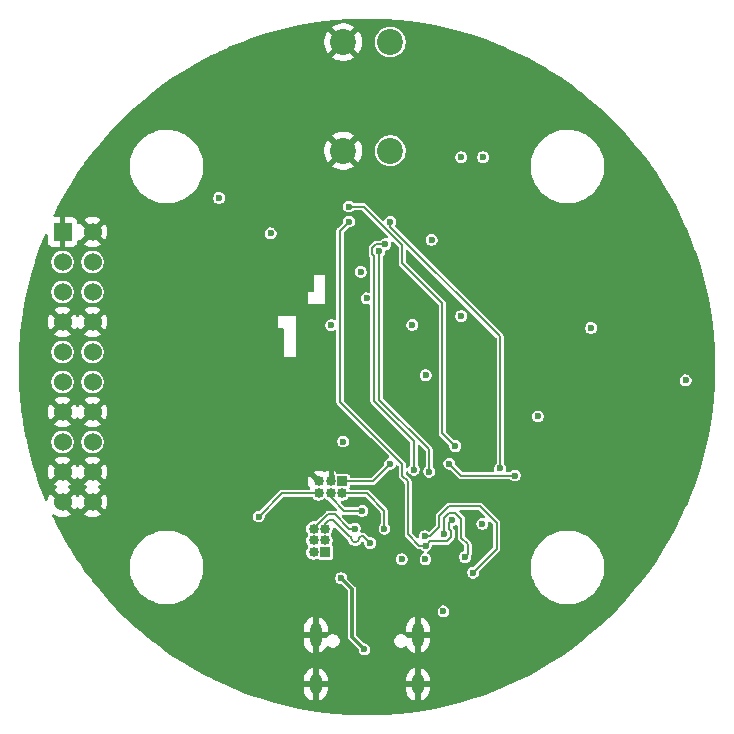
<source format=gbr>
%TF.GenerationSoftware,KiCad,Pcbnew,9.0.6*%
%TF.CreationDate,2026-01-16T14:34:07+00:00*%
%TF.ProjectId,mu,6d752e6b-6963-4616-945f-706362585858,rev?*%
%TF.SameCoordinates,Original*%
%TF.FileFunction,Copper,L3,Inr*%
%TF.FilePolarity,Positive*%
%FSLAX46Y46*%
G04 Gerber Fmt 4.6, Leading zero omitted, Abs format (unit mm)*
G04 Created by KiCad (PCBNEW 9.0.6) date 2026-01-16 14:34:07*
%MOMM*%
%LPD*%
G01*
G04 APERTURE LIST*
%TA.AperFunction,HeatsinkPad*%
%ADD10O,1.000000X2.100000*%
%TD*%
%TA.AperFunction,HeatsinkPad*%
%ADD11O,1.000000X1.800000*%
%TD*%
%TA.AperFunction,ComponentPad*%
%ADD12R,0.850000X0.850000*%
%TD*%
%TA.AperFunction,ComponentPad*%
%ADD13C,0.850000*%
%TD*%
%TA.AperFunction,ComponentPad*%
%ADD14C,2.200000*%
%TD*%
%TA.AperFunction,ComponentPad*%
%ADD15R,1.524000X1.524000*%
%TD*%
%TA.AperFunction,ComponentPad*%
%ADD16C,1.524000*%
%TD*%
%TA.AperFunction,ViaPad*%
%ADD17C,0.600000*%
%TD*%
%TA.AperFunction,Conductor*%
%ADD18C,0.200000*%
%TD*%
%TA.AperFunction,Conductor*%
%ADD19C,0.400000*%
%TD*%
%TA.AperFunction,Conductor*%
%ADD20C,0.300000*%
%TD*%
G04 APERTURE END LIST*
D10*
%TO.N,GND*%
%TO.C,J1*%
X152191326Y-100983399D03*
D11*
X152191326Y-105183399D03*
D10*
X160831326Y-100983399D03*
D11*
X160831326Y-105183399D03*
%TD*%
D12*
%TO.N,CAN_-*%
%TO.C,J2*%
X153000000Y-94000000D03*
D13*
%TO.N,CAN_+*%
X152000000Y-94000000D03*
%TO.N,PA-*%
X153000000Y-93000000D03*
%TO.N,PA+*%
X152000000Y-93000000D03*
%TO.N,USB_D-*%
X153000000Y-92000000D03*
%TO.N,USB_D+*%
X152000000Y-92000000D03*
%TD*%
D12*
%TO.N,NRST*%
%TO.C,J3*%
X154437712Y-88000000D03*
D13*
%TO.N,SWDIO*%
X154437712Y-89000000D03*
%TO.N,GND*%
X153437712Y-88000000D03*
%TO.N,SWCLK*%
X153437712Y-89000000D03*
%TO.N,GND*%
X152437712Y-88000000D03*
%TO.N,3.3V_Dig*%
X152437712Y-89000000D03*
%TD*%
D14*
%TO.N,VBAT_Local*%
%TO.C,J4*%
X158500001Y-50799998D03*
X158500001Y-60000000D03*
%TO.N,GND*%
X154500000Y-50799998D03*
X154500000Y-60000000D03*
%TD*%
D15*
%TO.N,GND*%
%TO.C,J5*%
X130744815Y-66879292D03*
D16*
X133284815Y-66879292D03*
%TO.N,unconnected-(J5-Pad03)*%
X130744815Y-69419292D03*
X133284815Y-69419292D03*
X130744815Y-71959292D03*
X133284815Y-71959292D03*
%TO.N,GND*%
X130744815Y-74499292D03*
X133284815Y-74499292D03*
%TO.N,unconnected-(J5-Pad09)*%
X130744815Y-77039292D03*
X133284815Y-77039292D03*
X130744815Y-79579292D03*
X133284815Y-79579292D03*
%TO.N,GND*%
X130744815Y-82119292D03*
X133284815Y-82119292D03*
%TO.N,CAN_o-*%
X130744815Y-84659292D03*
%TO.N,CAN_o+*%
X133284815Y-84659292D03*
%TO.N,GND*%
X130744815Y-87199292D03*
X133284815Y-87199292D03*
X130744815Y-89739292D03*
X133284815Y-89739292D03*
%TD*%
D17*
%TO.N,GND*%
X152000000Y-79000000D03*
X164000000Y-80000000D03*
X157285388Y-83479799D03*
%TO.N,2.5V_Ref*%
X160356358Y-74750143D03*
%TO.N,Net-(U6-NONIINVERTINGINPUT)*%
X153509908Y-74764117D03*
%TO.N,SWCLK*%
X156123529Y-90500000D03*
%TO.N,GND*%
X149585899Y-63595000D03*
X147000000Y-71000000D03*
X183000000Y-75932000D03*
X177024000Y-76452000D03*
X165299118Y-91500000D03*
X148500000Y-91000000D03*
X158500000Y-88500000D03*
X154000000Y-64500000D03*
X145000000Y-96000000D03*
X149371899Y-85596400D03*
X156331326Y-93871199D03*
X164187598Y-97500000D03*
X153500000Y-95500000D03*
X150500000Y-60000000D03*
X141000000Y-82000000D03*
X170500000Y-67000000D03*
X155000000Y-72000000D03*
X159500000Y-63000000D03*
X146575000Y-59356000D03*
X161331326Y-98683399D03*
X157600000Y-86589000D03*
X163500000Y-82500000D03*
X166000000Y-93500000D03*
X163125001Y-67549999D03*
X153640474Y-67263078D03*
X159625001Y-65549999D03*
X151831326Y-98683399D03*
X151000000Y-71500000D03*
X147000000Y-69500000D03*
X152000000Y-83000000D03*
X153500000Y-86622918D03*
X156224124Y-98579806D03*
X179500000Y-75932000D03*
X164305564Y-93596965D03*
X150000000Y-96000000D03*
X152000000Y-76000000D03*
X170500000Y-76500000D03*
X155540000Y-68750000D03*
X144600000Y-65000000D03*
X162000000Y-99000000D03*
X163125001Y-63549999D03*
X160449429Y-94364214D03*
X183500000Y-82428000D03*
X161023117Y-69998537D03*
X158385149Y-93500000D03*
X154331326Y-97683399D03*
X161023117Y-69998537D03*
X157253371Y-101598754D03*
X154500000Y-55500000D03*
X148595000Y-62336000D03*
X141000000Y-88500000D03*
X161000000Y-88500000D03*
X162805597Y-94089000D03*
X157831326Y-98683399D03*
X184000000Y-72952000D03*
X159371899Y-72500000D03*
X149500000Y-66000000D03*
X139000000Y-85450000D03*
X147000000Y-74500000D03*
X177524000Y-72952000D03*
%TO.N,3.3V_Dig*%
X161500000Y-79000000D03*
X163000000Y-99000000D03*
X147365000Y-90975598D03*
X171000000Y-82500000D03*
X161474999Y-94579000D03*
X162000000Y-67549999D03*
X156000000Y-70250000D03*
X166293225Y-91600756D03*
X159474999Y-94579000D03*
%TO.N,HV*%
X175500000Y-75000000D03*
%TO.N,5V*%
X183500000Y-79432000D03*
X164500000Y-74000000D03*
X148371899Y-67000000D03*
X156500000Y-72500000D03*
%TO.N,Latch_Out*%
X157570896Y-68515098D03*
X161784995Y-87170905D03*
%TO.N,VBAT_Local*%
X144000000Y-64000000D03*
X164500000Y-60549999D03*
%TO.N,NRST*%
X158500000Y-86500000D03*
%TO.N,VBUS_RAW*%
X156308094Y-102208399D03*
X154500000Y-84622918D03*
X154331326Y-96183399D03*
X166350001Y-60549999D03*
%TO.N,Latch_Rst*%
X160500000Y-87000000D03*
X158082944Y-67900434D03*
%TO.N,SPI_CS_FLASH*%
X169053800Y-87500000D03*
X163500000Y-86500000D03*
%TO.N,SPI_MISO*%
X164829415Y-94399782D03*
X163041065Y-92458935D03*
%TO.N,SPI_MOSI*%
X167796073Y-86899146D03*
X158500000Y-66000000D03*
%TO.N,SWDIO*%
X158000000Y-92000000D03*
%TO.N,SPI_SCK*%
X161498037Y-93432911D03*
X163750000Y-91250000D03*
X155000000Y-66000000D03*
%TO.N,SPI_CS_DAC*%
X164000000Y-85000000D03*
X155000000Y-64730000D03*
%TO.N,SPI_CS_BMP*%
X161416970Y-92637029D03*
X165500000Y-95718702D03*
%TO.N,USB_D+*%
X155500000Y-92000000D03*
%TO.N,USB_D-*%
X156789874Y-93215655D03*
%TD*%
D18*
%TO.N,SPI_SCK*%
X161498037Y-93432911D02*
X160954911Y-93432911D01*
X160954911Y-93432911D02*
X160000000Y-92478000D01*
X159500000Y-87500000D02*
X159500000Y-86500000D01*
X157042941Y-84042941D02*
X157000000Y-84042941D01*
X160000000Y-92478000D02*
X160000000Y-88000000D01*
X159500000Y-86500000D02*
X157042941Y-84042941D01*
X160000000Y-88000000D02*
X159500000Y-87500000D01*
X157000000Y-84042941D02*
X154241474Y-81284415D01*
X154241474Y-81284415D02*
X154241474Y-66758526D01*
X154241474Y-66758526D02*
X155000000Y-66000000D01*
%TO.N,SWDIO*%
X158000000Y-92000000D02*
X158000000Y-90500000D01*
X156500000Y-89000000D02*
X154437712Y-89000000D01*
X158000000Y-90500000D02*
X156500000Y-89000000D01*
%TO.N,Latch_Rst*%
X157101000Y-68895145D02*
X156969896Y-68764041D01*
D19*
%TO.N,GND*%
X153437712Y-88000000D02*
X153437712Y-86685206D01*
D18*
X153437712Y-86685206D02*
X153500000Y-86622918D01*
%TO.N,3.3V_Dig*%
X147365000Y-90975598D02*
X149340598Y-89000000D01*
X149340598Y-89000000D02*
X152437712Y-89000000D01*
%TO.N,Latch_Out*%
X157571896Y-81071896D02*
X161784995Y-85284995D01*
X157571896Y-68516098D02*
X157571896Y-81071896D01*
X161784995Y-85284995D02*
X161784995Y-87170905D01*
X157570896Y-68515098D02*
X157571896Y-68516098D01*
%TO.N,NRST*%
X157038943Y-88000000D02*
X154437712Y-88000000D01*
X158500000Y-86538943D02*
X157038943Y-88000000D01*
X158500000Y-86500000D02*
X158500000Y-86538943D01*
D20*
%TO.N,VBUS_RAW*%
X155260379Y-98334291D02*
X155260379Y-101160684D01*
X155262416Y-97114489D02*
X155262416Y-98332254D01*
D18*
X155262416Y-98332254D02*
X155260379Y-98334291D01*
D20*
X154331326Y-96183399D02*
X155262416Y-97114489D01*
X155260379Y-101160684D02*
X156308094Y-102208399D01*
D18*
%TO.N,Latch_Rst*%
X157944559Y-68038819D02*
X157819839Y-67914098D01*
X158082944Y-67900434D02*
X157944559Y-68038819D01*
X157101000Y-68895145D02*
X157101000Y-81168100D01*
X157101000Y-81168100D02*
X160500000Y-84567100D01*
X156969896Y-68266155D02*
X156969896Y-68764041D01*
X160500000Y-84567100D02*
X160500000Y-87000000D01*
X157819839Y-67914098D02*
X157321953Y-67914098D01*
X157321953Y-67914098D02*
X156969896Y-68266155D01*
%TO.N,SPI_CS_FLASH*%
X163500000Y-86500000D02*
X164500146Y-87500146D01*
X168414197Y-87500146D02*
X168414343Y-87500000D01*
X168414343Y-87500000D02*
X169053800Y-87500000D01*
X164500146Y-87500146D02*
X168414197Y-87500146D01*
%TO.N,SPI_MISO*%
X163041065Y-91108992D02*
X163501057Y-90649000D01*
X164500000Y-91150057D02*
X164500000Y-92754058D01*
X163501057Y-90649000D02*
X163998943Y-90649000D01*
X165075999Y-94153198D02*
X164829415Y-94399782D01*
X164500000Y-92754058D02*
X165075999Y-93330057D01*
X163041065Y-92458935D02*
X163041065Y-91108992D01*
X165075999Y-93330057D02*
X165075999Y-94153198D01*
X163998943Y-90649000D02*
X164500000Y-91150057D01*
%TO.N,SPI_MOSI*%
X158500000Y-66432900D02*
X167796073Y-75728973D01*
X158500000Y-66000000D02*
X158500000Y-66432900D01*
X167796073Y-75728973D02*
X167796073Y-86899146D01*
%TO.N,SPI_SCK*%
X163442065Y-91557935D02*
X163442065Y-92009992D01*
X163642065Y-92209992D02*
X163642065Y-92707878D01*
X163750000Y-91250000D02*
X163442065Y-91557935D01*
X163642065Y-92707878D02*
X163290008Y-93059935D01*
X163442065Y-92009992D02*
X163642065Y-92209992D01*
X163290008Y-93059935D02*
X161871013Y-93059935D01*
X161871013Y-93059935D02*
X161498037Y-93432911D01*
%TO.N,SPI_CS_DAC*%
X159500000Y-68000000D02*
X159500000Y-69500000D01*
X159500000Y-69500000D02*
X162899000Y-72899000D01*
X162899000Y-83899000D02*
X164000000Y-85000000D01*
X155000000Y-64730000D02*
X156230000Y-64730000D01*
X162899000Y-72899000D02*
X162899000Y-83899000D01*
X156230000Y-64730000D02*
X159500000Y-68000000D01*
%TO.N,SPI_CS_BMP*%
X167500000Y-91500000D02*
X167500000Y-93718702D01*
X161416970Y-92637029D02*
X161862971Y-92637029D01*
X161862971Y-92637029D02*
X162640065Y-91859935D01*
X162640065Y-90942892D02*
X163483957Y-90099000D01*
X162640065Y-91859935D02*
X162640065Y-90942892D01*
X163483957Y-90099000D02*
X164380480Y-90099000D01*
X166099000Y-90099000D02*
X167500000Y-91500000D01*
X164380480Y-90099000D02*
X164390740Y-90109260D01*
X167500000Y-93718702D02*
X165500000Y-95718702D01*
X164401000Y-90099000D02*
X166099000Y-90099000D01*
X164390740Y-90109260D02*
X164401000Y-90099000D01*
%TO.N,USB_D+*%
X153200875Y-90799125D02*
X152726000Y-91274000D01*
X152274000Y-91699280D02*
X152274000Y-91726000D01*
X152726000Y-91274000D02*
X152699280Y-91274000D01*
X152274000Y-91726000D02*
X152000000Y-92000000D01*
X152699280Y-91274000D02*
X152274000Y-91699280D01*
X155500000Y-92000000D02*
X155000000Y-92000000D01*
X153799125Y-90799125D02*
X153200875Y-90799125D01*
X155000000Y-92000000D02*
X153799125Y-90799125D01*
%TO.N,USB_D-*%
X154535335Y-92185469D02*
X153648991Y-91299125D01*
X155221489Y-92871623D02*
X155221489Y-92892232D01*
X154535335Y-92185469D02*
X154981489Y-92631623D01*
X156061489Y-92631623D02*
X156181489Y-92631623D01*
X156565002Y-92990783D02*
X156789874Y-93215655D01*
X156205842Y-92631623D02*
X156565002Y-92990783D01*
X153000000Y-91636397D02*
X153000000Y-92000000D01*
X155461489Y-93132232D02*
X155581489Y-93132232D01*
X156181489Y-92631623D02*
X156205842Y-92631623D01*
X153648991Y-91299125D02*
X153337272Y-91299125D01*
X155821489Y-92892232D02*
X155821489Y-92871623D01*
X153337272Y-91299125D02*
X153000000Y-91636397D01*
X155581489Y-93132232D02*
G75*
G03*
X155821532Y-92892232I11J240032D01*
G01*
X155221489Y-92892232D02*
G75*
G03*
X155461489Y-93132211I240011J32D01*
G01*
X154981489Y-92631623D02*
G75*
G02*
X155221477Y-92871623I11J-239977D01*
G01*
X155821489Y-92871623D02*
G75*
G02*
X156061489Y-92631589I240011J23D01*
G01*
%TO.N,SWCLK*%
X153437712Y-89359803D02*
X153437712Y-89000000D01*
X154577909Y-90500000D02*
X153437712Y-89359803D01*
X156123529Y-90500000D02*
X154577909Y-90500000D01*
%TD*%
%TA.AperFunction,Conductor*%
%TO.N,GND*%
G36*
X153731546Y-87455126D02*
G01*
X153787479Y-87496998D01*
X153811896Y-87562462D01*
X153812212Y-87571308D01*
X153812212Y-87927691D01*
X153803567Y-87957128D01*
X153797044Y-87987119D01*
X153793288Y-87992135D01*
X153792527Y-87994730D01*
X153775893Y-88015373D01*
X153702169Y-88089096D01*
X153662414Y-88110802D01*
X153687712Y-88049728D01*
X153687712Y-87950272D01*
X153649652Y-87858386D01*
X153579326Y-87788060D01*
X153487440Y-87750000D01*
X153387984Y-87750000D01*
X153321671Y-87777467D01*
X153348616Y-87735542D01*
X153600531Y-87483627D01*
X153661854Y-87450142D01*
X153731546Y-87455126D01*
G37*
%TD.AperFunction*%
%TA.AperFunction,Conductor*%
G36*
X157055250Y-48814364D02*
G01*
X158103235Y-48851794D01*
X158107648Y-48852030D01*
X159153660Y-48926843D01*
X159157966Y-48927228D01*
X160200698Y-49039333D01*
X160205054Y-49039880D01*
X161243045Y-49189121D01*
X161247388Y-49189824D01*
X162279424Y-49376025D01*
X162283725Y-49376881D01*
X163308426Y-49599791D01*
X163312709Y-49600803D01*
X164328816Y-49860149D01*
X164333033Y-49861306D01*
X165208575Y-50118388D01*
X165339241Y-50156755D01*
X165343467Y-50158078D01*
X166338455Y-50489242D01*
X166342557Y-50490688D01*
X167325190Y-50857192D01*
X167329232Y-50858782D01*
X167922525Y-51104532D01*
X168298099Y-51260100D01*
X168302157Y-51261867D01*
X169256005Y-51697475D01*
X169259999Y-51699385D01*
X170197755Y-52168792D01*
X170201677Y-52170844D01*
X171122046Y-52673403D01*
X171125859Y-52675574D01*
X171579626Y-52944807D01*
X172027766Y-53210701D01*
X172031531Y-53213028D01*
X172913672Y-53779945D01*
X172917353Y-53782404D01*
X173280763Y-54034723D01*
X173778768Y-54380494D01*
X173782320Y-54383056D01*
X174475255Y-54901781D01*
X174621806Y-55011488D01*
X174625302Y-55014203D01*
X175441835Y-55672207D01*
X175445232Y-55675046D01*
X176237746Y-56361763D01*
X176241039Y-56364721D01*
X177008548Y-57079297D01*
X177011733Y-57082371D01*
X177753217Y-57823855D01*
X177756291Y-57827040D01*
X178470867Y-58594549D01*
X178473825Y-58597842D01*
X179160542Y-59390356D01*
X179163381Y-59393753D01*
X179821385Y-60210286D01*
X179824100Y-60213782D01*
X180026463Y-60484107D01*
X180450458Y-61050498D01*
X180452518Y-61053249D01*
X180455101Y-61056831D01*
X180555345Y-61201210D01*
X181053184Y-61918235D01*
X181055643Y-61921916D01*
X181622560Y-62804057D01*
X181624887Y-62807822D01*
X182160004Y-63709712D01*
X182162194Y-63713559D01*
X182664744Y-64633911D01*
X182666796Y-64637833D01*
X183136203Y-65575589D01*
X183138113Y-65579583D01*
X183573721Y-66533431D01*
X183575488Y-66537489D01*
X183828991Y-67149499D01*
X183974380Y-67500500D01*
X183976790Y-67506317D01*
X183978407Y-67510427D01*
X184328773Y-68449793D01*
X184344887Y-68492995D01*
X184346359Y-68497170D01*
X184677510Y-69492123D01*
X184678833Y-69496347D01*
X184974275Y-70502529D01*
X184975446Y-70506798D01*
X185234782Y-71522867D01*
X185235800Y-71527175D01*
X185458703Y-72551843D01*
X185459567Y-72556184D01*
X185645761Y-73588187D01*
X185646469Y-73592557D01*
X185795705Y-74630516D01*
X185796257Y-74634908D01*
X185908355Y-75677571D01*
X185908749Y-75681980D01*
X185983557Y-76727936D01*
X185983794Y-76732356D01*
X186021224Y-77780338D01*
X186021303Y-77784764D01*
X186021303Y-78833409D01*
X186021224Y-78837835D01*
X185983794Y-79885817D01*
X185983557Y-79890237D01*
X185908749Y-80936193D01*
X185908355Y-80940602D01*
X185796257Y-81983265D01*
X185795705Y-81987657D01*
X185646469Y-83025616D01*
X185645761Y-83029986D01*
X185459567Y-84061989D01*
X185458703Y-84066330D01*
X185235800Y-85090998D01*
X185234782Y-85095306D01*
X184975446Y-86111375D01*
X184974275Y-86115644D01*
X184678833Y-87121826D01*
X184677510Y-87126050D01*
X184346359Y-88121003D01*
X184344887Y-88125178D01*
X183978411Y-89107737D01*
X183976790Y-89111856D01*
X183575488Y-90080684D01*
X183573721Y-90084742D01*
X183138113Y-91038590D01*
X183136203Y-91042584D01*
X182666796Y-91980340D01*
X182664744Y-91984262D01*
X182162194Y-92904614D01*
X182160004Y-92908461D01*
X181624887Y-93810351D01*
X181622560Y-93814116D01*
X181055643Y-94696257D01*
X181053184Y-94699938D01*
X180455107Y-95561334D01*
X180452518Y-95564924D01*
X179824100Y-96404391D01*
X179821385Y-96407887D01*
X179163381Y-97224420D01*
X179160542Y-97227817D01*
X178473825Y-98020331D01*
X178470867Y-98023624D01*
X177756291Y-98791133D01*
X177753217Y-98794318D01*
X177011733Y-99535802D01*
X177008548Y-99538876D01*
X176241039Y-100253452D01*
X176237746Y-100256410D01*
X175445232Y-100943127D01*
X175441835Y-100945966D01*
X174625302Y-101603970D01*
X174621806Y-101606685D01*
X173782339Y-102235103D01*
X173778749Y-102237692D01*
X172917353Y-102835769D01*
X172913672Y-102838228D01*
X172031531Y-103405145D01*
X172027766Y-103407472D01*
X171125876Y-103942589D01*
X171122029Y-103944779D01*
X170201677Y-104447329D01*
X170197755Y-104449381D01*
X169259999Y-104918788D01*
X169256005Y-104920698D01*
X168302157Y-105356306D01*
X168298099Y-105358073D01*
X167329271Y-105759375D01*
X167325152Y-105760996D01*
X166342593Y-106127472D01*
X166338418Y-106128944D01*
X165343465Y-106460095D01*
X165339241Y-106461418D01*
X164333059Y-106756860D01*
X164328790Y-106758031D01*
X163312721Y-107017367D01*
X163308413Y-107018385D01*
X162283745Y-107241288D01*
X162279404Y-107242152D01*
X161247401Y-107428346D01*
X161243031Y-107429054D01*
X160205072Y-107578290D01*
X160200680Y-107578842D01*
X159158017Y-107690940D01*
X159153608Y-107691334D01*
X158107652Y-107766142D01*
X158103232Y-107766379D01*
X157055251Y-107803809D01*
X157050825Y-107803888D01*
X156002179Y-107803888D01*
X155997753Y-107803809D01*
X154949771Y-107766379D01*
X154945351Y-107766142D01*
X153899395Y-107691334D01*
X153894986Y-107690940D01*
X152852323Y-107578842D01*
X152847931Y-107578290D01*
X151809972Y-107429054D01*
X151805602Y-107428346D01*
X150773599Y-107242152D01*
X150769258Y-107241288D01*
X149744590Y-107018385D01*
X149740282Y-107017367D01*
X148724213Y-106758031D01*
X148719944Y-106756860D01*
X147713762Y-106461418D01*
X147709538Y-106460095D01*
X146714585Y-106128944D01*
X146710410Y-106127472D01*
X146033722Y-105875080D01*
X145727842Y-105760992D01*
X145723742Y-105759378D01*
X145564458Y-105693401D01*
X145089333Y-105496598D01*
X144754904Y-105358073D01*
X144750846Y-105356306D01*
X143796998Y-104920698D01*
X143793004Y-104918788D01*
X143535119Y-104789700D01*
X143325761Y-104684903D01*
X151191326Y-104684903D01*
X151191326Y-104933399D01*
X151891326Y-104933399D01*
X151891326Y-105433399D01*
X151191326Y-105433399D01*
X151191326Y-105681894D01*
X151229753Y-105875080D01*
X151229756Y-105875092D01*
X151305133Y-106057070D01*
X151305140Y-106057083D01*
X151414574Y-106220861D01*
X151414577Y-106220865D01*
X151553859Y-106360147D01*
X151553863Y-106360150D01*
X151717641Y-106469584D01*
X151717654Y-106469591D01*
X151899634Y-106544968D01*
X151941326Y-106553261D01*
X151941326Y-105750387D01*
X151951266Y-105767604D01*
X152007121Y-105823459D01*
X152075530Y-105862955D01*
X152151830Y-105883399D01*
X152230822Y-105883399D01*
X152307122Y-105862955D01*
X152375531Y-105823459D01*
X152431386Y-105767604D01*
X152441326Y-105750387D01*
X152441326Y-106553261D01*
X152483016Y-106544968D01*
X152483018Y-106544968D01*
X152664997Y-106469591D01*
X152665010Y-106469584D01*
X152828788Y-106360150D01*
X152828792Y-106360147D01*
X152968074Y-106220865D01*
X152968077Y-106220861D01*
X153077511Y-106057083D01*
X153077518Y-106057070D01*
X153152895Y-105875092D01*
X153152898Y-105875080D01*
X153191325Y-105681894D01*
X153191326Y-105681891D01*
X153191326Y-105433399D01*
X152491326Y-105433399D01*
X152491326Y-104933399D01*
X153191326Y-104933399D01*
X153191326Y-104684907D01*
X153191325Y-104684903D01*
X159831326Y-104684903D01*
X159831326Y-104933399D01*
X160531326Y-104933399D01*
X160531326Y-105433399D01*
X159831326Y-105433399D01*
X159831326Y-105681894D01*
X159869753Y-105875080D01*
X159869756Y-105875092D01*
X159945133Y-106057070D01*
X159945140Y-106057083D01*
X160054574Y-106220861D01*
X160054577Y-106220865D01*
X160193859Y-106360147D01*
X160193863Y-106360150D01*
X160357641Y-106469584D01*
X160357654Y-106469591D01*
X160539634Y-106544968D01*
X160581326Y-106553261D01*
X160581326Y-105750387D01*
X160591266Y-105767604D01*
X160647121Y-105823459D01*
X160715530Y-105862955D01*
X160791830Y-105883399D01*
X160870822Y-105883399D01*
X160947122Y-105862955D01*
X161015531Y-105823459D01*
X161071386Y-105767604D01*
X161081326Y-105750387D01*
X161081326Y-106553261D01*
X161123016Y-106544968D01*
X161123018Y-106544968D01*
X161304997Y-106469591D01*
X161305010Y-106469584D01*
X161468788Y-106360150D01*
X161468792Y-106360147D01*
X161608074Y-106220865D01*
X161608077Y-106220861D01*
X161717511Y-106057083D01*
X161717518Y-106057070D01*
X161792895Y-105875092D01*
X161792898Y-105875080D01*
X161831325Y-105681894D01*
X161831326Y-105681891D01*
X161831326Y-105433399D01*
X161131326Y-105433399D01*
X161131326Y-104933399D01*
X161831326Y-104933399D01*
X161831326Y-104684907D01*
X161831325Y-104684903D01*
X161792898Y-104491717D01*
X161792895Y-104491705D01*
X161717518Y-104309727D01*
X161717511Y-104309714D01*
X161608077Y-104145936D01*
X161608074Y-104145932D01*
X161468792Y-104006650D01*
X161468788Y-104006647D01*
X161305010Y-103897213D01*
X161304997Y-103897206D01*
X161123017Y-103821828D01*
X161123009Y-103821826D01*
X161081326Y-103813534D01*
X161081326Y-104616410D01*
X161071386Y-104599194D01*
X161015531Y-104543339D01*
X160947122Y-104503843D01*
X160870822Y-104483399D01*
X160791830Y-104483399D01*
X160715530Y-104503843D01*
X160647121Y-104543339D01*
X160591266Y-104599194D01*
X160581326Y-104616410D01*
X160581326Y-103813535D01*
X160581325Y-103813534D01*
X160539642Y-103821826D01*
X160539634Y-103821828D01*
X160357654Y-103897206D01*
X160357641Y-103897213D01*
X160193863Y-104006647D01*
X160193859Y-104006650D01*
X160054577Y-104145932D01*
X160054574Y-104145936D01*
X159945140Y-104309714D01*
X159945133Y-104309727D01*
X159869756Y-104491705D01*
X159869753Y-104491717D01*
X159831326Y-104684903D01*
X153191325Y-104684903D01*
X153152898Y-104491717D01*
X153152895Y-104491705D01*
X153077518Y-104309727D01*
X153077511Y-104309714D01*
X152968077Y-104145936D01*
X152968074Y-104145932D01*
X152828792Y-104006650D01*
X152828788Y-104006647D01*
X152665010Y-103897213D01*
X152664997Y-103897206D01*
X152483017Y-103821828D01*
X152483009Y-103821826D01*
X152441326Y-103813534D01*
X152441326Y-104616410D01*
X152431386Y-104599194D01*
X152375531Y-104543339D01*
X152307122Y-104503843D01*
X152230822Y-104483399D01*
X152151830Y-104483399D01*
X152075530Y-104503843D01*
X152007121Y-104543339D01*
X151951266Y-104599194D01*
X151941326Y-104616410D01*
X151941326Y-103813535D01*
X151941325Y-103813534D01*
X151899642Y-103821826D01*
X151899634Y-103821828D01*
X151717654Y-103897206D01*
X151717641Y-103897213D01*
X151553863Y-104006647D01*
X151553859Y-104006650D01*
X151414577Y-104145932D01*
X151414574Y-104145936D01*
X151305140Y-104309714D01*
X151305133Y-104309727D01*
X151229756Y-104491705D01*
X151229753Y-104491717D01*
X151191326Y-104684903D01*
X143325761Y-104684903D01*
X142855248Y-104449381D01*
X142851326Y-104447329D01*
X141930974Y-103944779D01*
X141927127Y-103942589D01*
X141025237Y-103407472D01*
X141021472Y-103405145D01*
X140139331Y-102838228D01*
X140135650Y-102835769D01*
X139274254Y-102237692D01*
X139270664Y-102235103D01*
X139146970Y-102142507D01*
X138579367Y-101717604D01*
X138431197Y-101606685D01*
X138427701Y-101603970D01*
X138023928Y-101278589D01*
X137611168Y-100945966D01*
X137607771Y-100943127D01*
X137006969Y-100422529D01*
X136905843Y-100334903D01*
X151191326Y-100334903D01*
X151191326Y-100733399D01*
X151891326Y-100733399D01*
X151891326Y-101233399D01*
X151191326Y-101233399D01*
X151191326Y-101631894D01*
X151229753Y-101825080D01*
X151229756Y-101825092D01*
X151305133Y-102007070D01*
X151305140Y-102007083D01*
X151414574Y-102170861D01*
X151414577Y-102170865D01*
X151553859Y-102310147D01*
X151553863Y-102310150D01*
X151717641Y-102419584D01*
X151717654Y-102419591D01*
X151899634Y-102494968D01*
X151941326Y-102503261D01*
X151941326Y-101700387D01*
X151951266Y-101717604D01*
X152007121Y-101773459D01*
X152075530Y-101812955D01*
X152151830Y-101833399D01*
X152230822Y-101833399D01*
X152307122Y-101812955D01*
X152375531Y-101773459D01*
X152431386Y-101717604D01*
X152441326Y-101700387D01*
X152441326Y-102503261D01*
X152483016Y-102494968D01*
X152483018Y-102494968D01*
X152664997Y-102419591D01*
X152665010Y-102419584D01*
X152828788Y-102310150D01*
X152828792Y-102310147D01*
X152968074Y-102170865D01*
X152968077Y-102170861D01*
X153077507Y-102007089D01*
X153080363Y-102001745D01*
X153129319Y-101951894D01*
X153197454Y-101936424D01*
X153263137Y-101960246D01*
X153265221Y-101961811D01*
X153267958Y-101963911D01*
X153267961Y-101963914D01*
X153399191Y-102039680D01*
X153545560Y-102078899D01*
X153545562Y-102078899D01*
X153697090Y-102078899D01*
X153697092Y-102078899D01*
X153843461Y-102039680D01*
X153974691Y-101963914D01*
X154081841Y-101856764D01*
X154157607Y-101725534D01*
X154196826Y-101579165D01*
X154196826Y-101427633D01*
X154157607Y-101281264D01*
X154081841Y-101150034D01*
X153974691Y-101042884D01*
X153906064Y-101003262D01*
X153843462Y-100967118D01*
X153764520Y-100945966D01*
X153697092Y-100927899D01*
X153545560Y-100927899D01*
X153399189Y-100967118D01*
X153267961Y-101042884D01*
X153267958Y-101042886D01*
X153160813Y-101150031D01*
X153160809Y-101150037D01*
X153148476Y-101171399D01*
X153097909Y-101219615D01*
X153041089Y-101233399D01*
X152491326Y-101233399D01*
X152491326Y-100733399D01*
X153191326Y-100733399D01*
X153191326Y-100334907D01*
X153191325Y-100334903D01*
X153152898Y-100141717D01*
X153152895Y-100141705D01*
X153077518Y-99959727D01*
X153077511Y-99959714D01*
X152968077Y-99795936D01*
X152968074Y-99795932D01*
X152828792Y-99656650D01*
X152828788Y-99656647D01*
X152665010Y-99547213D01*
X152664997Y-99547206D01*
X152483017Y-99471828D01*
X152483009Y-99471826D01*
X152441326Y-99463534D01*
X152441326Y-100266410D01*
X152431386Y-100249194D01*
X152375531Y-100193339D01*
X152307122Y-100153843D01*
X152230822Y-100133399D01*
X152151830Y-100133399D01*
X152075530Y-100153843D01*
X152007121Y-100193339D01*
X151951266Y-100249194D01*
X151941326Y-100266410D01*
X151941326Y-99463535D01*
X151941325Y-99463534D01*
X151899642Y-99471826D01*
X151899634Y-99471828D01*
X151717654Y-99547206D01*
X151717641Y-99547213D01*
X151553863Y-99656647D01*
X151553859Y-99656650D01*
X151414577Y-99795932D01*
X151414574Y-99795936D01*
X151305140Y-99959714D01*
X151305133Y-99959727D01*
X151229756Y-100141705D01*
X151229753Y-100141717D01*
X151191326Y-100334903D01*
X136905843Y-100334903D01*
X136815257Y-100256410D01*
X136811964Y-100253452D01*
X136044455Y-99538876D01*
X136041270Y-99535802D01*
X135299786Y-98794318D01*
X135296712Y-98791133D01*
X134582136Y-98023624D01*
X134579178Y-98020331D01*
X133892461Y-97227817D01*
X133889622Y-97224420D01*
X133231618Y-96407887D01*
X133228903Y-96404391D01*
X133208088Y-96376585D01*
X132600471Y-95564905D01*
X132597909Y-95561353D01*
X132281422Y-95105525D01*
X136455439Y-95105525D01*
X136455439Y-95453774D01*
X136494428Y-95799808D01*
X136494430Y-95799820D01*
X136571921Y-96139334D01*
X136571924Y-96139342D01*
X136686938Y-96468032D01*
X136838031Y-96781780D01*
X137023310Y-97076649D01*
X137023311Y-97076651D01*
X137240426Y-97348906D01*
X137486682Y-97595162D01*
X137758937Y-97812277D01*
X137758940Y-97812278D01*
X137758942Y-97812280D01*
X138053806Y-97997556D01*
X138367560Y-98148652D01*
X138614427Y-98235034D01*
X138696246Y-98263664D01*
X138696254Y-98263667D01*
X138696257Y-98263667D01*
X138696258Y-98263668D01*
X139035768Y-98341159D01*
X139381815Y-98380149D01*
X139381816Y-98380150D01*
X139381819Y-98380150D01*
X139730062Y-98380150D01*
X139730062Y-98380149D01*
X140076110Y-98341159D01*
X140415620Y-98263668D01*
X140744318Y-98148652D01*
X141058072Y-97997556D01*
X141352936Y-97812280D01*
X141352940Y-97812277D01*
X141625195Y-97595162D01*
X141625197Y-97595159D01*
X141625202Y-97595156D01*
X141871445Y-97348913D01*
X141901654Y-97311033D01*
X142088566Y-97076651D01*
X142088567Y-97076649D01*
X142088569Y-97076647D01*
X142273845Y-96781783D01*
X142424941Y-96468029D01*
X142539957Y-96139331D01*
X142544938Y-96117507D01*
X153830826Y-96117507D01*
X153830826Y-96249290D01*
X153864934Y-96376586D01*
X153880988Y-96404391D01*
X153930826Y-96490713D01*
X154024012Y-96583899D01*
X154138140Y-96649791D01*
X154265434Y-96683899D01*
X154284782Y-96683899D01*
X154351821Y-96703584D01*
X154372463Y-96720218D01*
X154875597Y-97223352D01*
X154909082Y-97284675D01*
X154911916Y-97311033D01*
X154911916Y-98264544D01*
X154910856Y-98280726D01*
X154909879Y-98288148D01*
X154909879Y-101206827D01*
X154929823Y-101281261D01*
X154933764Y-101295970D01*
X154933766Y-101295974D01*
X154979906Y-101375892D01*
X154979910Y-101375897D01*
X155771275Y-102167262D01*
X155804760Y-102228585D01*
X155807594Y-102254943D01*
X155807594Y-102274291D01*
X155817202Y-102310150D01*
X155841702Y-102401586D01*
X155874648Y-102458649D01*
X155907594Y-102515713D01*
X156000780Y-102608899D01*
X156114908Y-102674791D01*
X156242202Y-102708899D01*
X156242204Y-102708899D01*
X156373984Y-102708899D01*
X156373986Y-102708899D01*
X156501280Y-102674791D01*
X156615408Y-102608899D01*
X156708594Y-102515713D01*
X156774486Y-102401585D01*
X156808594Y-102274291D01*
X156808594Y-102142507D01*
X156774486Y-102015213D01*
X156708594Y-101901085D01*
X156615408Y-101807899D01*
X156555756Y-101773459D01*
X156501281Y-101742007D01*
X156437633Y-101724953D01*
X156373986Y-101707899D01*
X156373985Y-101707899D01*
X156354638Y-101707899D01*
X156325197Y-101699254D01*
X156295211Y-101692731D01*
X156290195Y-101688976D01*
X156287599Y-101688214D01*
X156266957Y-101671580D01*
X156023010Y-101427633D01*
X158825826Y-101427633D01*
X158825826Y-101579165D01*
X158832842Y-101605349D01*
X158865045Y-101725535D01*
X158902928Y-101791149D01*
X158940811Y-101856764D01*
X159047961Y-101963914D01*
X159179191Y-102039680D01*
X159325560Y-102078899D01*
X159325562Y-102078899D01*
X159477090Y-102078899D01*
X159477092Y-102078899D01*
X159623461Y-102039680D01*
X159754691Y-101963914D01*
X159754699Y-101963905D01*
X159757431Y-101961811D01*
X159760160Y-101960755D01*
X159761729Y-101959850D01*
X159761870Y-101960094D01*
X159822600Y-101936614D01*
X159891045Y-101950650D01*
X159941036Y-101999463D01*
X159942281Y-102001734D01*
X159945138Y-102007079D01*
X160054574Y-102170861D01*
X160054577Y-102170865D01*
X160193859Y-102310147D01*
X160193863Y-102310150D01*
X160357641Y-102419584D01*
X160357654Y-102419591D01*
X160539634Y-102494968D01*
X160581326Y-102503261D01*
X160581326Y-101700387D01*
X160591266Y-101717604D01*
X160647121Y-101773459D01*
X160715530Y-101812955D01*
X160791830Y-101833399D01*
X160870822Y-101833399D01*
X160947122Y-101812955D01*
X161015531Y-101773459D01*
X161071386Y-101717604D01*
X161081326Y-101700387D01*
X161081326Y-102503261D01*
X161123016Y-102494968D01*
X161123018Y-102494968D01*
X161304997Y-102419591D01*
X161305010Y-102419584D01*
X161468788Y-102310150D01*
X161468792Y-102310147D01*
X161608074Y-102170865D01*
X161608077Y-102170861D01*
X161717511Y-102007083D01*
X161717518Y-102007070D01*
X161792895Y-101825092D01*
X161792898Y-101825080D01*
X161831325Y-101631894D01*
X161831326Y-101631891D01*
X161831326Y-101233399D01*
X161131326Y-101233399D01*
X161131326Y-100733399D01*
X161831326Y-100733399D01*
X161831326Y-100334907D01*
X161831325Y-100334903D01*
X161792898Y-100141717D01*
X161792895Y-100141705D01*
X161717518Y-99959727D01*
X161717511Y-99959714D01*
X161608077Y-99795936D01*
X161608074Y-99795932D01*
X161468792Y-99656650D01*
X161468788Y-99656647D01*
X161305010Y-99547213D01*
X161304997Y-99547206D01*
X161123017Y-99471828D01*
X161123009Y-99471826D01*
X161081326Y-99463534D01*
X161081326Y-100266410D01*
X161071386Y-100249194D01*
X161015531Y-100193339D01*
X160947122Y-100153843D01*
X160870822Y-100133399D01*
X160791830Y-100133399D01*
X160715530Y-100153843D01*
X160647121Y-100193339D01*
X160591266Y-100249194D01*
X160581326Y-100266410D01*
X160581326Y-99463535D01*
X160581325Y-99463534D01*
X160539642Y-99471826D01*
X160539634Y-99471828D01*
X160357654Y-99547206D01*
X160357641Y-99547213D01*
X160193863Y-99656647D01*
X160193859Y-99656650D01*
X160054577Y-99795932D01*
X160054574Y-99795936D01*
X159945140Y-99959714D01*
X159945133Y-99959727D01*
X159869756Y-100141705D01*
X159869753Y-100141717D01*
X159831326Y-100334903D01*
X159831326Y-100733399D01*
X160531326Y-100733399D01*
X160531326Y-101233399D01*
X159981563Y-101233399D01*
X159914524Y-101213714D01*
X159874176Y-101171399D01*
X159861841Y-101150034D01*
X159754691Y-101042884D01*
X159686064Y-101003262D01*
X159623462Y-100967118D01*
X159544520Y-100945966D01*
X159477092Y-100927899D01*
X159325560Y-100927899D01*
X159179189Y-100967118D01*
X159047961Y-101042884D01*
X159047958Y-101042886D01*
X158940813Y-101150031D01*
X158940811Y-101150034D01*
X158865045Y-101281262D01*
X158839690Y-101375892D01*
X158825826Y-101427633D01*
X156023010Y-101427633D01*
X155647198Y-101051821D01*
X155613713Y-100990498D01*
X155610879Y-100964140D01*
X155610879Y-98934108D01*
X162499500Y-98934108D01*
X162499500Y-99065891D01*
X162533608Y-99193187D01*
X162566554Y-99250250D01*
X162599500Y-99307314D01*
X162692686Y-99400500D01*
X162791521Y-99457563D01*
X162801865Y-99463535D01*
X162806814Y-99466392D01*
X162934108Y-99500500D01*
X162934110Y-99500500D01*
X163065890Y-99500500D01*
X163065892Y-99500500D01*
X163193186Y-99466392D01*
X163307314Y-99400500D01*
X163400500Y-99307314D01*
X163466392Y-99193186D01*
X163500500Y-99065892D01*
X163500500Y-98934108D01*
X163466392Y-98806814D01*
X163400500Y-98692686D01*
X163307314Y-98599500D01*
X163250250Y-98566554D01*
X163193187Y-98533608D01*
X163129539Y-98516554D01*
X163065892Y-98499500D01*
X162934108Y-98499500D01*
X162806812Y-98533608D01*
X162692686Y-98599500D01*
X162692683Y-98599502D01*
X162599502Y-98692683D01*
X162599500Y-98692686D01*
X162533608Y-98806812D01*
X162499500Y-98934108D01*
X155610879Y-98934108D01*
X155610879Y-98401996D01*
X155611940Y-98385808D01*
X155612916Y-98378395D01*
X155612916Y-97068347D01*
X155612916Y-97068345D01*
X155589030Y-96979201D01*
X155542886Y-96899277D01*
X154868145Y-96224536D01*
X154834660Y-96163213D01*
X154831826Y-96136855D01*
X154831826Y-96117509D01*
X154831826Y-96117507D01*
X154797718Y-95990213D01*
X154731826Y-95876085D01*
X154638640Y-95782899D01*
X154581576Y-95749953D01*
X154524513Y-95717007D01*
X154440641Y-95694534D01*
X154397218Y-95682899D01*
X154265434Y-95682899D01*
X154138138Y-95717007D01*
X154024012Y-95782899D01*
X154024009Y-95782901D01*
X153930828Y-95876082D01*
X153930826Y-95876085D01*
X153864934Y-95990211D01*
X153830826Y-96117507D01*
X142544938Y-96117507D01*
X142617448Y-95799821D01*
X142656439Y-95453770D01*
X142656439Y-95105530D01*
X142617448Y-94759479D01*
X142539957Y-94419969D01*
X142424941Y-94091271D01*
X142273845Y-93777517D01*
X142088569Y-93482653D01*
X142088567Y-93482650D01*
X142088566Y-93482648D01*
X141871451Y-93210393D01*
X141625195Y-92964137D01*
X141352940Y-92747022D01*
X141352938Y-92747021D01*
X141058069Y-92561742D01*
X140744321Y-92410649D01*
X140415631Y-92295635D01*
X140415623Y-92295632D01*
X140131397Y-92230760D01*
X140076110Y-92218141D01*
X140076106Y-92218140D01*
X140076097Y-92218139D01*
X139730063Y-92179150D01*
X139730059Y-92179150D01*
X139381819Y-92179150D01*
X139381814Y-92179150D01*
X139035780Y-92218139D01*
X139035768Y-92218141D01*
X138696254Y-92295632D01*
X138696246Y-92295635D01*
X138367556Y-92410649D01*
X138053808Y-92561742D01*
X137758939Y-92747021D01*
X137758937Y-92747022D01*
X137486682Y-92964137D01*
X137240426Y-93210393D01*
X137023311Y-93482648D01*
X137023310Y-93482650D01*
X136838031Y-93777519D01*
X136686938Y-94091267D01*
X136571924Y-94419957D01*
X136571921Y-94419965D01*
X136494430Y-94759479D01*
X136494428Y-94759491D01*
X136455439Y-95105525D01*
X132281422Y-95105525D01*
X132049982Y-94772187D01*
X131999819Y-94699938D01*
X131997360Y-94696257D01*
X131430443Y-93814116D01*
X131428116Y-93810351D01*
X131204065Y-93432734D01*
X130892989Y-92908444D01*
X130890809Y-92904614D01*
X130881631Y-92887806D01*
X130496479Y-92182452D01*
X130388259Y-91984262D01*
X130386207Y-91980340D01*
X129916800Y-91042584D01*
X129914890Y-91038591D01*
X129912582Y-91033538D01*
X129876872Y-90955344D01*
X129866929Y-90886189D01*
X129895953Y-90822633D01*
X129954731Y-90784858D01*
X130024601Y-90784858D01*
X130062553Y-90803517D01*
X130083382Y-90818650D01*
X130260377Y-90908834D01*
X130449292Y-90970216D01*
X130645494Y-91001292D01*
X130844136Y-91001292D01*
X131040335Y-90970216D01*
X131040338Y-90970216D01*
X131229252Y-90908834D01*
X131406240Y-90818654D01*
X131443530Y-90791560D01*
X130880756Y-90228787D01*
X130940896Y-90212673D01*
X131056735Y-90145794D01*
X131151317Y-90051212D01*
X131218196Y-89935373D01*
X131234310Y-89875234D01*
X131797083Y-90438007D01*
X131824177Y-90400717D01*
X131904330Y-90243409D01*
X131952304Y-90192613D01*
X132020125Y-90175818D01*
X132086260Y-90198355D01*
X132125300Y-90243409D01*
X132205456Y-90400724D01*
X132232545Y-90438007D01*
X132232546Y-90438008D01*
X132795319Y-89875234D01*
X132811434Y-89935373D01*
X132878313Y-90051212D01*
X132972895Y-90145794D01*
X133088734Y-90212673D01*
X133148872Y-90228786D01*
X132586098Y-90791560D01*
X132586098Y-90791561D01*
X132623382Y-90818650D01*
X132800377Y-90908834D01*
X132989292Y-90970216D01*
X133185494Y-91001292D01*
X133384136Y-91001292D01*
X133580335Y-90970216D01*
X133580338Y-90970216D01*
X133766568Y-90909706D01*
X146864500Y-90909706D01*
X146864500Y-91041489D01*
X146898608Y-91168785D01*
X146931554Y-91225848D01*
X146964500Y-91282912D01*
X147057686Y-91376098D01*
X147171814Y-91441990D01*
X147299108Y-91476098D01*
X147299110Y-91476098D01*
X147430890Y-91476098D01*
X147430892Y-91476098D01*
X147558186Y-91441990D01*
X147672314Y-91376098D01*
X147765500Y-91282912D01*
X147831392Y-91168784D01*
X147865500Y-91041490D01*
X147865500Y-90951430D01*
X147885185Y-90884391D01*
X147901819Y-90863749D01*
X149428750Y-89336819D01*
X149490073Y-89303334D01*
X149516431Y-89300500D01*
X151819937Y-89300500D01*
X151886976Y-89320185D01*
X151923039Y-89355609D01*
X151951853Y-89398732D01*
X151951856Y-89398736D01*
X152038975Y-89485855D01*
X152038979Y-89485858D01*
X152141419Y-89554307D01*
X152141428Y-89554312D01*
X152162451Y-89563020D01*
X152255260Y-89601463D01*
X152376101Y-89625499D01*
X152376105Y-89625500D01*
X152376106Y-89625500D01*
X152499319Y-89625500D01*
X152499320Y-89625499D01*
X152620164Y-89601463D01*
X152733998Y-89554311D01*
X152836445Y-89485858D01*
X152836448Y-89485855D01*
X152850031Y-89472273D01*
X152911354Y-89438788D01*
X152981046Y-89443772D01*
X153025393Y-89472273D01*
X153038975Y-89485855D01*
X153038979Y-89485858D01*
X153141419Y-89554307D01*
X153141432Y-89554314D01*
X153231005Y-89591416D01*
X153271234Y-89618296D01*
X153940698Y-90287760D01*
X153974183Y-90349083D01*
X153969199Y-90418775D01*
X153927327Y-90474708D01*
X153861863Y-90499125D01*
X153845048Y-90498625D01*
X153838687Y-90498625D01*
X153240437Y-90498625D01*
X153161313Y-90498625D01*
X153084885Y-90519103D01*
X153016364Y-90558665D01*
X153016361Y-90558667D01*
X152589531Y-90985496D01*
X152563852Y-91005201D01*
X152514772Y-91033538D01*
X152514770Y-91033539D01*
X152202059Y-91346249D01*
X152140736Y-91379733D01*
X152090189Y-91380185D01*
X152061606Y-91374500D01*
X151938394Y-91374500D01*
X151938389Y-91374500D01*
X151817555Y-91398535D01*
X151817545Y-91398538D01*
X151703716Y-91445687D01*
X151703707Y-91445692D01*
X151601267Y-91514141D01*
X151601263Y-91514144D01*
X151514144Y-91601263D01*
X151514141Y-91601267D01*
X151445692Y-91703707D01*
X151445687Y-91703716D01*
X151398538Y-91817545D01*
X151398535Y-91817555D01*
X151374500Y-91938389D01*
X151374500Y-92061610D01*
X151398535Y-92182444D01*
X151398538Y-92182454D01*
X151445687Y-92296283D01*
X151445692Y-92296292D01*
X151514141Y-92398732D01*
X151514144Y-92398736D01*
X151527727Y-92412319D01*
X151561212Y-92473642D01*
X151556228Y-92543334D01*
X151527727Y-92587681D01*
X151514144Y-92601263D01*
X151514141Y-92601267D01*
X151445692Y-92703707D01*
X151445687Y-92703716D01*
X151398538Y-92817545D01*
X151398535Y-92817555D01*
X151374500Y-92938389D01*
X151374500Y-93061610D01*
X151398535Y-93182444D01*
X151398537Y-93182452D01*
X151407246Y-93203477D01*
X151445687Y-93296283D01*
X151445692Y-93296292D01*
X151514141Y-93398732D01*
X151514144Y-93398736D01*
X151527727Y-93412319D01*
X151561212Y-93473642D01*
X151556228Y-93543334D01*
X151527727Y-93587681D01*
X151514144Y-93601263D01*
X151514141Y-93601267D01*
X151445692Y-93703707D01*
X151445687Y-93703716D01*
X151398538Y-93817545D01*
X151398535Y-93817555D01*
X151374500Y-93938389D01*
X151374500Y-94061610D01*
X151398535Y-94182444D01*
X151398538Y-94182454D01*
X151445687Y-94296283D01*
X151445692Y-94296292D01*
X151514141Y-94398732D01*
X151514144Y-94398736D01*
X151601263Y-94485855D01*
X151601267Y-94485858D01*
X151703707Y-94554307D01*
X151703713Y-94554310D01*
X151703714Y-94554311D01*
X151817548Y-94601463D01*
X151938389Y-94625499D01*
X151938393Y-94625500D01*
X151938394Y-94625500D01*
X152061607Y-94625500D01*
X152061608Y-94625499D01*
X152182452Y-94601463D01*
X152296286Y-94554311D01*
X152296285Y-94554311D01*
X152301914Y-94551980D01*
X152302805Y-94554132D01*
X152361074Y-94541997D01*
X152419272Y-94564294D01*
X152420293Y-94562767D01*
X152496769Y-94613867D01*
X152496770Y-94613868D01*
X152555247Y-94625499D01*
X152555250Y-94625500D01*
X152555252Y-94625500D01*
X153444750Y-94625500D01*
X153444751Y-94625499D01*
X153459568Y-94622552D01*
X153503229Y-94613868D01*
X153503229Y-94613867D01*
X153503231Y-94613867D01*
X153569552Y-94569552D01*
X153607267Y-94513108D01*
X158974499Y-94513108D01*
X158974499Y-94644891D01*
X159008607Y-94772187D01*
X159024828Y-94800282D01*
X159074499Y-94886314D01*
X159167685Y-94979500D01*
X159281813Y-95045392D01*
X159409107Y-95079500D01*
X159409109Y-95079500D01*
X159540889Y-95079500D01*
X159540891Y-95079500D01*
X159668185Y-95045392D01*
X159782313Y-94979500D01*
X159875499Y-94886314D01*
X159941391Y-94772186D01*
X159975499Y-94644892D01*
X159975499Y-94513108D01*
X159941391Y-94385814D01*
X159875499Y-94271686D01*
X159782313Y-94178500D01*
X159725249Y-94145554D01*
X159668186Y-94112608D01*
X159593021Y-94092468D01*
X159540891Y-94078500D01*
X159409107Y-94078500D01*
X159281811Y-94112608D01*
X159167685Y-94178500D01*
X159167682Y-94178502D01*
X159074501Y-94271683D01*
X159074499Y-94271686D01*
X159008607Y-94385812D01*
X158974499Y-94513108D01*
X153607267Y-94513108D01*
X153613867Y-94503231D01*
X153617323Y-94485858D01*
X153618332Y-94480788D01*
X153625500Y-94444747D01*
X153625500Y-93555249D01*
X153625499Y-93555247D01*
X153613868Y-93496770D01*
X153613867Y-93496769D01*
X153562767Y-93420293D01*
X153566458Y-93417826D01*
X153544432Y-93377489D01*
X153549416Y-93307797D01*
X153552057Y-93301945D01*
X153551980Y-93301914D01*
X153562363Y-93276846D01*
X153601463Y-93182452D01*
X153625500Y-93061606D01*
X153625500Y-92938394D01*
X153601463Y-92817548D01*
X153554311Y-92703714D01*
X153554310Y-92703713D01*
X153554307Y-92703707D01*
X153485858Y-92601267D01*
X153485855Y-92601263D01*
X153472273Y-92587681D01*
X153438788Y-92526358D01*
X153443772Y-92456666D01*
X153472273Y-92412319D01*
X153485855Y-92398736D01*
X153485858Y-92398733D01*
X153554311Y-92296286D01*
X153601463Y-92182452D01*
X153625500Y-92061606D01*
X153625500Y-91999967D01*
X153645185Y-91932928D01*
X153697989Y-91887173D01*
X153767147Y-91877229D01*
X153830703Y-91906254D01*
X153837181Y-91912286D01*
X154294875Y-92369980D01*
X154752283Y-92827388D01*
X154766364Y-92846767D01*
X154785729Y-92860835D01*
X154792637Y-92867743D01*
X154796977Y-92872083D01*
X154811971Y-92880739D01*
X154822854Y-92887806D01*
X154843375Y-92902714D01*
X154843376Y-92902714D01*
X154843377Y-92902715D01*
X154846204Y-92903633D01*
X154869902Y-92914184D01*
X154871639Y-92915187D01*
X154919851Y-92965757D01*
X154930520Y-92994965D01*
X154948088Y-93071900D01*
X154948089Y-93071901D01*
X154948090Y-93071905D01*
X155000943Y-93181632D01*
X155076885Y-93276849D01*
X155108317Y-93301914D01*
X155172108Y-93352783D01*
X155281835Y-93405624D01*
X155281836Y-93405624D01*
X155281840Y-93405626D01*
X155400579Y-93432730D01*
X155410091Y-93432730D01*
X155421923Y-93432730D01*
X155421927Y-93432732D01*
X155461475Y-93432732D01*
X155509070Y-93432734D01*
X155509073Y-93432732D01*
X155519049Y-93432733D01*
X155519074Y-93432732D01*
X155629081Y-93432732D01*
X155629680Y-93432690D01*
X155642370Y-93432692D01*
X155761109Y-93405598D01*
X155870842Y-93352763D01*
X155966067Y-93276836D01*
X156042011Y-93181624D01*
X156053660Y-93157440D01*
X156100488Y-93105587D01*
X156167917Y-93087281D01*
X156234539Y-93108336D01*
X156279201Y-93162068D01*
X156289374Y-93211255D01*
X156289374Y-93281547D01*
X156306428Y-93345194D01*
X156323482Y-93408842D01*
X156349859Y-93454528D01*
X156389374Y-93522969D01*
X156482560Y-93616155D01*
X156596688Y-93682047D01*
X156723982Y-93716155D01*
X156723984Y-93716155D01*
X156855764Y-93716155D01*
X156855766Y-93716155D01*
X156983060Y-93682047D01*
X157097188Y-93616155D01*
X157190374Y-93522969D01*
X157256266Y-93408841D01*
X157290374Y-93281547D01*
X157290374Y-93149763D01*
X157256266Y-93022469D01*
X157190374Y-92908341D01*
X157097188Y-92815155D01*
X157040124Y-92782209D01*
X156983061Y-92749263D01*
X156919413Y-92732209D01*
X156855766Y-92715155D01*
X156765707Y-92715155D01*
X156698668Y-92695470D01*
X156678026Y-92678836D01*
X156390355Y-92391165D01*
X156390350Y-92391161D01*
X156390263Y-92391111D01*
X156388075Y-92389848D01*
X156352009Y-92369025D01*
X156321833Y-92351603D01*
X156321832Y-92351602D01*
X156296355Y-92344775D01*
X156245404Y-92331123D01*
X156245402Y-92331123D01*
X156119034Y-92331123D01*
X156112828Y-92331121D01*
X156112708Y-92331086D01*
X156091047Y-92331087D01*
X156024006Y-92311406D01*
X155978249Y-92258604D01*
X155968302Y-92189446D01*
X155971266Y-92174994D01*
X156000500Y-92065892D01*
X156000500Y-91934108D01*
X155966392Y-91806814D01*
X155900500Y-91692686D01*
X155807314Y-91599500D01*
X155734246Y-91557314D01*
X155693187Y-91533608D01*
X155620533Y-91514141D01*
X155565892Y-91499500D01*
X155434108Y-91499500D01*
X155306813Y-91533608D01*
X155265754Y-91557314D01*
X155192686Y-91599500D01*
X155192685Y-91599500D01*
X155192678Y-91599505D01*
X155186231Y-91604452D01*
X155184587Y-91602309D01*
X155134879Y-91629422D01*
X155065190Y-91624406D01*
X155020896Y-91595925D01*
X154436335Y-91011364D01*
X154402850Y-90950041D01*
X154407834Y-90880349D01*
X154449706Y-90824416D01*
X154515170Y-90799999D01*
X154531985Y-90800500D01*
X154538347Y-90800500D01*
X155664853Y-90800500D01*
X155731892Y-90820185D01*
X155752534Y-90836819D01*
X155816215Y-90900500D01*
X155904054Y-90951214D01*
X155928877Y-90965546D01*
X155930343Y-90966392D01*
X156057637Y-91000500D01*
X156057639Y-91000500D01*
X156189419Y-91000500D01*
X156189421Y-91000500D01*
X156316715Y-90966392D01*
X156430843Y-90900500D01*
X156524029Y-90807314D01*
X156589921Y-90693186D01*
X156624029Y-90565892D01*
X156624029Y-90434108D01*
X156589921Y-90306814D01*
X156524029Y-90192686D01*
X156430843Y-90099500D01*
X156347206Y-90051212D01*
X156316716Y-90033608D01*
X156253068Y-90016554D01*
X156189421Y-89999500D01*
X156057637Y-89999500D01*
X155930341Y-90033608D01*
X155816215Y-90099500D01*
X155816212Y-90099502D01*
X155752534Y-90163181D01*
X155691211Y-90196666D01*
X155664853Y-90199500D01*
X154753742Y-90199500D01*
X154686703Y-90179815D01*
X154666061Y-90163181D01*
X154340061Y-89837181D01*
X154306576Y-89775858D01*
X154311560Y-89706166D01*
X154353432Y-89650233D01*
X154418896Y-89625816D01*
X154427742Y-89625500D01*
X154499319Y-89625500D01*
X154499320Y-89625499D01*
X154620164Y-89601463D01*
X154733998Y-89554311D01*
X154836445Y-89485858D01*
X154923570Y-89398733D01*
X154939391Y-89375054D01*
X154952385Y-89355609D01*
X155005997Y-89310804D01*
X155055487Y-89300500D01*
X156324167Y-89300500D01*
X156391206Y-89320185D01*
X156411848Y-89336819D01*
X157663181Y-90588152D01*
X157696666Y-90649475D01*
X157699500Y-90675833D01*
X157699500Y-91541323D01*
X157679815Y-91608362D01*
X157663182Y-91629004D01*
X157599500Y-91692686D01*
X157533608Y-91806812D01*
X157512638Y-91885074D01*
X157499500Y-91934108D01*
X157499500Y-92065892D01*
X157508976Y-92101256D01*
X157533608Y-92193187D01*
X157555301Y-92230760D01*
X157599500Y-92307314D01*
X157692686Y-92400500D01*
X157806814Y-92466392D01*
X157934108Y-92500500D01*
X157934110Y-92500500D01*
X158065890Y-92500500D01*
X158065892Y-92500500D01*
X158193186Y-92466392D01*
X158307314Y-92400500D01*
X158400500Y-92307314D01*
X158466392Y-92193186D01*
X158500500Y-92065892D01*
X158500500Y-91934108D01*
X158466392Y-91806814D01*
X158400500Y-91692686D01*
X158336818Y-91629004D01*
X158303334Y-91567680D01*
X158300500Y-91541323D01*
X158300500Y-90460439D01*
X158300500Y-90460438D01*
X158280021Y-90384011D01*
X158280017Y-90384004D01*
X158240464Y-90315495D01*
X158240458Y-90315487D01*
X156684512Y-88759541D01*
X156684504Y-88759535D01*
X156615995Y-88719982D01*
X156615990Y-88719979D01*
X156590513Y-88713152D01*
X156539562Y-88699500D01*
X156539560Y-88699500D01*
X155152424Y-88699500D01*
X155085385Y-88679815D01*
X155039630Y-88627011D01*
X155029686Y-88557853D01*
X155031589Y-88547662D01*
X155036692Y-88525509D01*
X155051579Y-88503231D01*
X155063212Y-88444748D01*
X155063212Y-88410399D01*
X155066377Y-88396662D01*
X155076866Y-88377998D01*
X155082897Y-88357461D01*
X155093642Y-88348149D01*
X155100610Y-88335753D01*
X155119524Y-88325723D01*
X155135701Y-88311706D01*
X155153092Y-88307922D01*
X155162338Y-88303020D01*
X155171931Y-88303824D01*
X155187212Y-88300500D01*
X157078503Y-88300500D01*
X157078505Y-88300500D01*
X157154932Y-88280021D01*
X157223454Y-88240460D01*
X157279403Y-88184511D01*
X158427095Y-87036819D01*
X158488418Y-87003334D01*
X158514776Y-87000500D01*
X158565890Y-87000500D01*
X158565892Y-87000500D01*
X158693186Y-86966392D01*
X158807314Y-86900500D01*
X158900500Y-86807314D01*
X158959018Y-86705958D01*
X158968113Y-86690206D01*
X159018680Y-86641990D01*
X159087287Y-86628768D01*
X159152152Y-86654736D01*
X159192680Y-86711650D01*
X159199500Y-86752206D01*
X159199500Y-87539562D01*
X159209130Y-87575500D01*
X159219979Y-87615990D01*
X159219982Y-87615995D01*
X159251973Y-87671406D01*
X159251974Y-87671406D01*
X159259540Y-87684511D01*
X159259542Y-87684514D01*
X159663181Y-88088152D01*
X159696666Y-88149475D01*
X159699500Y-88175833D01*
X159699500Y-92517562D01*
X159701447Y-92524827D01*
X159719979Y-92593990D01*
X159719980Y-92593991D01*
X159745429Y-92638070D01*
X159759540Y-92662511D01*
X160714451Y-93617422D01*
X160770400Y-93673371D01*
X160770402Y-93673372D01*
X160770406Y-93673375D01*
X160822956Y-93703714D01*
X160838922Y-93712932D01*
X160915349Y-93733411D01*
X160994473Y-93733411D01*
X161039361Y-93733411D01*
X161106400Y-93753096D01*
X161113354Y-93757907D01*
X161120628Y-93763316D01*
X161190723Y-93833411D01*
X161298810Y-93895815D01*
X161304579Y-93900105D01*
X161321454Y-93922497D01*
X161340802Y-93942789D01*
X161342195Y-93950021D01*
X161346629Y-93955904D01*
X161348718Y-93983868D01*
X161354024Y-94011396D01*
X161351286Y-94018232D01*
X161351836Y-94025580D01*
X161338474Y-94050236D01*
X161328056Y-94076261D01*
X161321803Y-94081001D01*
X161318547Y-94087010D01*
X161301518Y-94096379D01*
X161287822Y-94106761D01*
X161288852Y-94108544D01*
X161167685Y-94178500D01*
X161167682Y-94178502D01*
X161074501Y-94271683D01*
X161074499Y-94271686D01*
X161008607Y-94385812D01*
X160974499Y-94513108D01*
X160974499Y-94644891D01*
X161008607Y-94772187D01*
X161024828Y-94800282D01*
X161074499Y-94886314D01*
X161167685Y-94979500D01*
X161281813Y-95045392D01*
X161409107Y-95079500D01*
X161409109Y-95079500D01*
X161540889Y-95079500D01*
X161540891Y-95079500D01*
X161668185Y-95045392D01*
X161782313Y-94979500D01*
X161875499Y-94886314D01*
X161941391Y-94772186D01*
X161975499Y-94644892D01*
X161975499Y-94513108D01*
X161941391Y-94385814D01*
X161875499Y-94271686D01*
X161782313Y-94178500D01*
X161680448Y-94119688D01*
X161632233Y-94069120D01*
X161619011Y-94000513D01*
X161644979Y-93935649D01*
X161685216Y-93905155D01*
X161684184Y-93903367D01*
X161691259Y-93899282D01*
X161805351Y-93833411D01*
X161898537Y-93740225D01*
X161964429Y-93626097D01*
X161998537Y-93498803D01*
X161998537Y-93484435D01*
X162018222Y-93417396D01*
X162071026Y-93371641D01*
X162122537Y-93360435D01*
X163329568Y-93360435D01*
X163329570Y-93360435D01*
X163405997Y-93339956D01*
X163474519Y-93300395D01*
X163530468Y-93244446D01*
X163882525Y-92892389D01*
X163922087Y-92823866D01*
X163942565Y-92747440D01*
X163942565Y-92668316D01*
X163942565Y-92170430D01*
X163935994Y-92145907D01*
X163922087Y-92094004D01*
X163882525Y-92025481D01*
X163803441Y-91946397D01*
X163769956Y-91885074D01*
X163774940Y-91815382D01*
X163816812Y-91759449D01*
X163859026Y-91738942D01*
X163943186Y-91716392D01*
X164013500Y-91675795D01*
X164081399Y-91659323D01*
X164147426Y-91682175D01*
X164190617Y-91737096D01*
X164199500Y-91783183D01*
X164199500Y-92793620D01*
X164207605Y-92823866D01*
X164219979Y-92870048D01*
X164219980Y-92870049D01*
X164246040Y-92915187D01*
X164255818Y-92932122D01*
X164255819Y-92932124D01*
X164259541Y-92938571D01*
X164739180Y-93418209D01*
X164772665Y-93479532D01*
X164775499Y-93505890D01*
X164775499Y-93800924D01*
X164755814Y-93867963D01*
X164703010Y-93913718D01*
X164683593Y-93920699D01*
X164636227Y-93933390D01*
X164522101Y-93999282D01*
X164522098Y-93999284D01*
X164428917Y-94092465D01*
X164428915Y-94092468D01*
X164363023Y-94206594D01*
X164346252Y-94269186D01*
X164328915Y-94333890D01*
X164328915Y-94465674D01*
X164338978Y-94503230D01*
X164363023Y-94592969D01*
X164381805Y-94625499D01*
X164428915Y-94707096D01*
X164522101Y-94800282D01*
X164636229Y-94866174D01*
X164763523Y-94900282D01*
X164763525Y-94900282D01*
X164895305Y-94900282D01*
X164895307Y-94900282D01*
X165022601Y-94866174D01*
X165136729Y-94800282D01*
X165229915Y-94707096D01*
X165295807Y-94592968D01*
X165329915Y-94465674D01*
X165329915Y-94347626D01*
X165346529Y-94285625D01*
X165356020Y-94269187D01*
X165376499Y-94192760D01*
X165376499Y-93290495D01*
X165373238Y-93278324D01*
X165356021Y-93214069D01*
X165316459Y-93145546D01*
X164836819Y-92665906D01*
X164803334Y-92604583D01*
X164800500Y-92578225D01*
X164800500Y-91110497D01*
X164800500Y-91110495D01*
X164780022Y-91034069D01*
X164779715Y-91033538D01*
X164761098Y-91001292D01*
X164740460Y-90965546D01*
X164388449Y-90613535D01*
X164385537Y-90608202D01*
X164380505Y-90604796D01*
X164368986Y-90577892D01*
X164354964Y-90552212D01*
X164355397Y-90546151D01*
X164353006Y-90540566D01*
X164357860Y-90511712D01*
X164359948Y-90482520D01*
X164363590Y-90477654D01*
X164364598Y-90471664D01*
X164384282Y-90450013D01*
X164401820Y-90426587D01*
X164408557Y-90423314D01*
X164411600Y-90419968D01*
X164444044Y-90406077D01*
X164446555Y-90405404D01*
X164452834Y-90403723D01*
X164484918Y-90399500D01*
X165923167Y-90399500D01*
X165990206Y-90419185D01*
X166010848Y-90435819D01*
X166464920Y-90889891D01*
X166498405Y-90951214D01*
X166493421Y-91020906D01*
X166451549Y-91076839D01*
X166386085Y-91101256D01*
X166361052Y-91100511D01*
X166359118Y-91100256D01*
X166359117Y-91100256D01*
X166227333Y-91100256D01*
X166100037Y-91134364D01*
X165985911Y-91200256D01*
X165985908Y-91200258D01*
X165892727Y-91293439D01*
X165892725Y-91293442D01*
X165826833Y-91407568D01*
X165816619Y-91445689D01*
X165792725Y-91534864D01*
X165792725Y-91666648D01*
X165806054Y-91716392D01*
X165826833Y-91793943D01*
X165839211Y-91815382D01*
X165892725Y-91908070D01*
X165985911Y-92001256D01*
X166084746Y-92058319D01*
X166097863Y-92065892D01*
X166100039Y-92067148D01*
X166227333Y-92101256D01*
X166227335Y-92101256D01*
X166359115Y-92101256D01*
X166359117Y-92101256D01*
X166486411Y-92067148D01*
X166600539Y-92001256D01*
X166693725Y-91908070D01*
X166759617Y-91793942D01*
X166793725Y-91666648D01*
X166793725Y-91534864D01*
X166793722Y-91534855D01*
X166793470Y-91532938D01*
X166793725Y-91531301D01*
X166793725Y-91526737D01*
X166794436Y-91526737D01*
X166804229Y-91463902D01*
X166850604Y-91411642D01*
X166917871Y-91392750D01*
X166984674Y-91413224D01*
X167004089Y-91429060D01*
X167163181Y-91588152D01*
X167196666Y-91649475D01*
X167199500Y-91675833D01*
X167199500Y-93542868D01*
X167179815Y-93609907D01*
X167163181Y-93630549D01*
X165611847Y-95181883D01*
X165550524Y-95215368D01*
X165524166Y-95218202D01*
X165434108Y-95218202D01*
X165306812Y-95252310D01*
X165192686Y-95318202D01*
X165192683Y-95318204D01*
X165099502Y-95411385D01*
X165099500Y-95411388D01*
X165033608Y-95525514D01*
X164999500Y-95652810D01*
X164999500Y-95784593D01*
X165033608Y-95911889D01*
X165058217Y-95954512D01*
X165099500Y-96026016D01*
X165192686Y-96119202D01*
X165306814Y-96185094D01*
X165434108Y-96219202D01*
X165434110Y-96219202D01*
X165565890Y-96219202D01*
X165565892Y-96219202D01*
X165693186Y-96185094D01*
X165807314Y-96119202D01*
X165900500Y-96026016D01*
X165966392Y-95911888D01*
X166000500Y-95784594D01*
X166000500Y-95694534D01*
X166020185Y-95627495D01*
X166036819Y-95606853D01*
X166538147Y-95105525D01*
X170396565Y-95105525D01*
X170396565Y-95453774D01*
X170435554Y-95799808D01*
X170435556Y-95799820D01*
X170513047Y-96139334D01*
X170513050Y-96139342D01*
X170628064Y-96468032D01*
X170779157Y-96781780D01*
X170964436Y-97076649D01*
X170964437Y-97076651D01*
X171181552Y-97348906D01*
X171427808Y-97595162D01*
X171700063Y-97812277D01*
X171700066Y-97812278D01*
X171700068Y-97812280D01*
X171994932Y-97997556D01*
X172308686Y-98148652D01*
X172555553Y-98235034D01*
X172637372Y-98263664D01*
X172637380Y-98263667D01*
X172637383Y-98263667D01*
X172637384Y-98263668D01*
X172976894Y-98341159D01*
X173322941Y-98380149D01*
X173322942Y-98380150D01*
X173322945Y-98380150D01*
X173671188Y-98380150D01*
X173671188Y-98380149D01*
X174017236Y-98341159D01*
X174356746Y-98263668D01*
X174685444Y-98148652D01*
X174999198Y-97997556D01*
X175294062Y-97812280D01*
X175294066Y-97812277D01*
X175566321Y-97595162D01*
X175566323Y-97595159D01*
X175566328Y-97595156D01*
X175812571Y-97348913D01*
X175842780Y-97311033D01*
X176029692Y-97076651D01*
X176029693Y-97076649D01*
X176029695Y-97076647D01*
X176214971Y-96781783D01*
X176366067Y-96468029D01*
X176481083Y-96139331D01*
X176558574Y-95799821D01*
X176597565Y-95453770D01*
X176597565Y-95105530D01*
X176558574Y-94759479D01*
X176481083Y-94419969D01*
X176366067Y-94091271D01*
X176214971Y-93777517D01*
X176029695Y-93482653D01*
X176029693Y-93482650D01*
X176029692Y-93482648D01*
X175812577Y-93210393D01*
X175566321Y-92964137D01*
X175294066Y-92747022D01*
X175294064Y-92747021D01*
X174999195Y-92561742D01*
X174685447Y-92410649D01*
X174356757Y-92295635D01*
X174356749Y-92295632D01*
X174072523Y-92230760D01*
X174017236Y-92218141D01*
X174017232Y-92218140D01*
X174017223Y-92218139D01*
X173671189Y-92179150D01*
X173671185Y-92179150D01*
X173322945Y-92179150D01*
X173322940Y-92179150D01*
X172976906Y-92218139D01*
X172976894Y-92218141D01*
X172637380Y-92295632D01*
X172637372Y-92295635D01*
X172308682Y-92410649D01*
X171994934Y-92561742D01*
X171700065Y-92747021D01*
X171700063Y-92747022D01*
X171427808Y-92964137D01*
X171181552Y-93210393D01*
X170964437Y-93482648D01*
X170964436Y-93482650D01*
X170779157Y-93777519D01*
X170628064Y-94091267D01*
X170513050Y-94419957D01*
X170513047Y-94419965D01*
X170435556Y-94759479D01*
X170435554Y-94759491D01*
X170396565Y-95105525D01*
X166538147Y-95105525D01*
X166843393Y-94800279D01*
X167740460Y-93903213D01*
X167757801Y-93873177D01*
X167780021Y-93834691D01*
X167800500Y-93758264D01*
X167800500Y-91460438D01*
X167780021Y-91384011D01*
X167777551Y-91379733D01*
X167740464Y-91315495D01*
X167740458Y-91315487D01*
X166283512Y-89858541D01*
X166283504Y-89858535D01*
X166214995Y-89818982D01*
X166214990Y-89818979D01*
X166189513Y-89812152D01*
X166138562Y-89798500D01*
X164420042Y-89798500D01*
X163523519Y-89798500D01*
X163444395Y-89798500D01*
X163367967Y-89818978D01*
X163299446Y-89858540D01*
X163299443Y-89858542D01*
X162399606Y-90758379D01*
X162399600Y-90758387D01*
X162360047Y-90826896D01*
X162360044Y-90826901D01*
X162357387Y-90836819D01*
X162340324Y-90900500D01*
X162339565Y-90903331D01*
X162339565Y-91684102D01*
X162319880Y-91751141D01*
X162303246Y-91771783D01*
X161863974Y-92211054D01*
X161802651Y-92244539D01*
X161732959Y-92239555D01*
X161714293Y-92230760D01*
X161610159Y-92170638D01*
X161610156Y-92170637D01*
X161482862Y-92136529D01*
X161351078Y-92136529D01*
X161223782Y-92170637D01*
X161109656Y-92236529D01*
X161109653Y-92236531D01*
X161016472Y-92329712D01*
X161016470Y-92329715D01*
X160950578Y-92443841D01*
X160916470Y-92571137D01*
X160916470Y-92670137D01*
X160896785Y-92737176D01*
X160843981Y-92782931D01*
X160774823Y-92792875D01*
X160711267Y-92763850D01*
X160704789Y-92757818D01*
X160336819Y-92389848D01*
X160303334Y-92328525D01*
X160300500Y-92302167D01*
X160300500Y-87960440D01*
X160300499Y-87960436D01*
X160293445Y-87934108D01*
X160280022Y-87884012D01*
X160240460Y-87815489D01*
X159836819Y-87411848D01*
X159803334Y-87350525D01*
X159800500Y-87324167D01*
X159800500Y-87252206D01*
X159820185Y-87185167D01*
X159872989Y-87139412D01*
X159942147Y-87129468D01*
X160005703Y-87158493D01*
X160031887Y-87190206D01*
X160099497Y-87307310D01*
X160099499Y-87307312D01*
X160099500Y-87307314D01*
X160192686Y-87400500D01*
X160306814Y-87466392D01*
X160434108Y-87500500D01*
X160434110Y-87500500D01*
X160565890Y-87500500D01*
X160565892Y-87500500D01*
X160693186Y-87466392D01*
X160807314Y-87400500D01*
X160900500Y-87307314D01*
X160966392Y-87193186D01*
X161000500Y-87065892D01*
X161000500Y-86934108D01*
X160966392Y-86806814D01*
X160900500Y-86692686D01*
X160836818Y-86629004D01*
X160803334Y-86567680D01*
X160800500Y-86541323D01*
X160800500Y-85024833D01*
X160820185Y-84957794D01*
X160872989Y-84912039D01*
X160942147Y-84902095D01*
X161005703Y-84931120D01*
X161012181Y-84937152D01*
X161448176Y-85373147D01*
X161481661Y-85434470D01*
X161484495Y-85460828D01*
X161484495Y-86712228D01*
X161464810Y-86779267D01*
X161448177Y-86799909D01*
X161384495Y-86863591D01*
X161318603Y-86977717D01*
X161284495Y-87105013D01*
X161284495Y-87236796D01*
X161318603Y-87364092D01*
X161351549Y-87421155D01*
X161384495Y-87478219D01*
X161477681Y-87571405D01*
X161591809Y-87637297D01*
X161719103Y-87671405D01*
X161719105Y-87671405D01*
X161850885Y-87671405D01*
X161850887Y-87671405D01*
X161978181Y-87637297D01*
X162092309Y-87571405D01*
X162185495Y-87478219D01*
X162251387Y-87364091D01*
X162285495Y-87236797D01*
X162285495Y-87105013D01*
X162251387Y-86977719D01*
X162185495Y-86863591D01*
X162121813Y-86799909D01*
X162088329Y-86738585D01*
X162085495Y-86712228D01*
X162085495Y-85245435D01*
X162085495Y-85245433D01*
X162065017Y-85169007D01*
X162025455Y-85100484D01*
X157908715Y-80983744D01*
X157875230Y-80922421D01*
X157872396Y-80896063D01*
X157872396Y-78934108D01*
X160999500Y-78934108D01*
X160999500Y-79065891D01*
X161033608Y-79193187D01*
X161059950Y-79238812D01*
X161099500Y-79307314D01*
X161192686Y-79400500D01*
X161306814Y-79466392D01*
X161434108Y-79500500D01*
X161434110Y-79500500D01*
X161565890Y-79500500D01*
X161565892Y-79500500D01*
X161693186Y-79466392D01*
X161807314Y-79400500D01*
X161900500Y-79307314D01*
X161966392Y-79193186D01*
X162000500Y-79065892D01*
X162000500Y-78934108D01*
X161966392Y-78806814D01*
X161900500Y-78692686D01*
X161807314Y-78599500D01*
X161750250Y-78566554D01*
X161693187Y-78533608D01*
X161629539Y-78516554D01*
X161565892Y-78499500D01*
X161434108Y-78499500D01*
X161306812Y-78533608D01*
X161192686Y-78599500D01*
X161192683Y-78599502D01*
X161099502Y-78692683D01*
X161099500Y-78692686D01*
X161033608Y-78806812D01*
X160999500Y-78934108D01*
X157872396Y-78934108D01*
X157872396Y-74684251D01*
X159855858Y-74684251D01*
X159855858Y-74816034D01*
X159889966Y-74943330D01*
X159898034Y-74957304D01*
X159955858Y-75057457D01*
X160049044Y-75150643D01*
X160163172Y-75216535D01*
X160290466Y-75250643D01*
X160290468Y-75250643D01*
X160422248Y-75250643D01*
X160422250Y-75250643D01*
X160549544Y-75216535D01*
X160663672Y-75150643D01*
X160756858Y-75057457D01*
X160822750Y-74943329D01*
X160856858Y-74816035D01*
X160856858Y-74684251D01*
X160822750Y-74556957D01*
X160756858Y-74442829D01*
X160663672Y-74349643D01*
X160590356Y-74307314D01*
X160549545Y-74283751D01*
X160474402Y-74263617D01*
X160422250Y-74249643D01*
X160290466Y-74249643D01*
X160163170Y-74283751D01*
X160049044Y-74349643D01*
X160049041Y-74349645D01*
X159955860Y-74442826D01*
X159955858Y-74442829D01*
X159889966Y-74556955D01*
X159855858Y-74684251D01*
X157872396Y-74684251D01*
X157872396Y-68972774D01*
X157892081Y-68905735D01*
X157908715Y-68885093D01*
X157913781Y-68880027D01*
X157971396Y-68822412D01*
X158037288Y-68708284D01*
X158071396Y-68580990D01*
X158071396Y-68516832D01*
X158091081Y-68449793D01*
X158143885Y-68404038D01*
X158163296Y-68397059D01*
X158276130Y-68366826D01*
X158390258Y-68300934D01*
X158483444Y-68207748D01*
X158549336Y-68093620D01*
X158583444Y-67966326D01*
X158583444Y-67834542D01*
X158583443Y-67834540D01*
X158582383Y-67826486D01*
X158584080Y-67826262D01*
X158585509Y-67766201D01*
X158624671Y-67708338D01*
X158688898Y-67680832D01*
X158757801Y-67692417D01*
X158791303Y-67716274D01*
X159163181Y-68088152D01*
X159196666Y-68149475D01*
X159199500Y-68175833D01*
X159199500Y-69539562D01*
X159213152Y-69590513D01*
X159219979Y-69615990D01*
X159219982Y-69615995D01*
X159259535Y-69684504D01*
X159259541Y-69684512D01*
X162562181Y-72987152D01*
X162595666Y-73048475D01*
X162598500Y-73074833D01*
X162598500Y-83938562D01*
X162609474Y-83979518D01*
X162618978Y-84014987D01*
X162636731Y-84045736D01*
X162658539Y-84083509D01*
X162658541Y-84083512D01*
X163463181Y-84888152D01*
X163496666Y-84949475D01*
X163499500Y-84975833D01*
X163499500Y-85065892D01*
X163508768Y-85100481D01*
X163533608Y-85193187D01*
X163563773Y-85245433D01*
X163599500Y-85307314D01*
X163692686Y-85400500D01*
X163806814Y-85466392D01*
X163934108Y-85500500D01*
X163934110Y-85500500D01*
X164065890Y-85500500D01*
X164065892Y-85500500D01*
X164193186Y-85466392D01*
X164307314Y-85400500D01*
X164400500Y-85307314D01*
X164466392Y-85193186D01*
X164500500Y-85065892D01*
X164500500Y-84934108D01*
X164466392Y-84806814D01*
X164400500Y-84692686D01*
X164307314Y-84599500D01*
X164233747Y-84557026D01*
X164193187Y-84533608D01*
X164129539Y-84516554D01*
X164065892Y-84499500D01*
X163975833Y-84499500D01*
X163908794Y-84479815D01*
X163888152Y-84463181D01*
X163235819Y-83810848D01*
X163202334Y-83749525D01*
X163199500Y-83723167D01*
X163199500Y-73934108D01*
X163999500Y-73934108D01*
X163999500Y-74065891D01*
X164033608Y-74193187D01*
X164066204Y-74249643D01*
X164099500Y-74307314D01*
X164192686Y-74400500D01*
X164306814Y-74466392D01*
X164434108Y-74500500D01*
X164434110Y-74500500D01*
X164565890Y-74500500D01*
X164565892Y-74500500D01*
X164693186Y-74466392D01*
X164807314Y-74400500D01*
X164900500Y-74307314D01*
X164966392Y-74193186D01*
X165000500Y-74065892D01*
X165000500Y-73934108D01*
X164966392Y-73806814D01*
X164900500Y-73692686D01*
X164807314Y-73599500D01*
X164750250Y-73566554D01*
X164693187Y-73533608D01*
X164629539Y-73516554D01*
X164565892Y-73499500D01*
X164434108Y-73499500D01*
X164306812Y-73533608D01*
X164192686Y-73599500D01*
X164192683Y-73599502D01*
X164099502Y-73692683D01*
X164099500Y-73692686D01*
X164033608Y-73806812D01*
X163999500Y-73934108D01*
X163199500Y-73934108D01*
X163199500Y-72859439D01*
X163186855Y-72812248D01*
X163179021Y-72783011D01*
X163179017Y-72783004D01*
X163139464Y-72714495D01*
X163139458Y-72714487D01*
X159836819Y-69411848D01*
X159803334Y-69350525D01*
X159800500Y-69324167D01*
X159800500Y-68457733D01*
X159820185Y-68390694D01*
X159872989Y-68344939D01*
X159942147Y-68334995D01*
X160005703Y-68364020D01*
X160012181Y-68370052D01*
X167459254Y-75817125D01*
X167492739Y-75878448D01*
X167495573Y-75904806D01*
X167495573Y-86440469D01*
X167475888Y-86507508D01*
X167459255Y-86528150D01*
X167395573Y-86591832D01*
X167329681Y-86705958D01*
X167302523Y-86807316D01*
X167295573Y-86833254D01*
X167295573Y-86965038D01*
X167316572Y-87043407D01*
X167316611Y-87043553D01*
X167314948Y-87113403D01*
X167275785Y-87171265D01*
X167211557Y-87198769D01*
X167196836Y-87199646D01*
X164675979Y-87199646D01*
X164608940Y-87179961D01*
X164588298Y-87163327D01*
X164036819Y-86611848D01*
X164003334Y-86550525D01*
X164000500Y-86524167D01*
X164000500Y-86434110D01*
X164000500Y-86434108D01*
X163966392Y-86306814D01*
X163900500Y-86192686D01*
X163807314Y-86099500D01*
X163750250Y-86066554D01*
X163693187Y-86033608D01*
X163629539Y-86016554D01*
X163565892Y-85999500D01*
X163434108Y-85999500D01*
X163306812Y-86033608D01*
X163192686Y-86099500D01*
X163192683Y-86099502D01*
X163099502Y-86192683D01*
X163099500Y-86192686D01*
X163033608Y-86306812D01*
X162999500Y-86434108D01*
X162999500Y-86565892D01*
X163006451Y-86591832D01*
X163033608Y-86693187D01*
X163040983Y-86705960D01*
X163099500Y-86807314D01*
X163192686Y-86900500D01*
X163306814Y-86966392D01*
X163434108Y-87000500D01*
X163434110Y-87000500D01*
X163524167Y-87000500D01*
X163591206Y-87020185D01*
X163611848Y-87036819D01*
X164259686Y-87684657D01*
X164315635Y-87740606D01*
X164315637Y-87740607D01*
X164315641Y-87740610D01*
X164383675Y-87779889D01*
X164384157Y-87780167D01*
X164460584Y-87800646D01*
X164460586Y-87800646D01*
X168460767Y-87800646D01*
X168462994Y-87800500D01*
X168595124Y-87800500D01*
X168662163Y-87820185D01*
X168682805Y-87836819D01*
X168746486Y-87900500D01*
X168860614Y-87966392D01*
X168987908Y-88000500D01*
X168987910Y-88000500D01*
X169119690Y-88000500D01*
X169119692Y-88000500D01*
X169246986Y-87966392D01*
X169361114Y-87900500D01*
X169454300Y-87807314D01*
X169520192Y-87693186D01*
X169554300Y-87565892D01*
X169554300Y-87434108D01*
X169520192Y-87306814D01*
X169454300Y-87192686D01*
X169361114Y-87099500D01*
X169302900Y-87065890D01*
X169246987Y-87033608D01*
X169183339Y-87016554D01*
X169119692Y-86999500D01*
X168987908Y-86999500D01*
X168860612Y-87033608D01*
X168746486Y-87099500D01*
X168746483Y-87099502D01*
X168682805Y-87163181D01*
X168655877Y-87177884D01*
X168630059Y-87194477D01*
X168623858Y-87195368D01*
X168621482Y-87196666D01*
X168595124Y-87199500D01*
X168395349Y-87199500D01*
X168328310Y-87179815D01*
X168282555Y-87127011D01*
X168272611Y-87057853D01*
X168275574Y-87043407D01*
X168296573Y-86965038D01*
X168296573Y-86833254D01*
X168262465Y-86705960D01*
X168255090Y-86693187D01*
X168253369Y-86690206D01*
X168196573Y-86591832D01*
X168132891Y-86528150D01*
X168099407Y-86466826D01*
X168096573Y-86440469D01*
X168096573Y-82434108D01*
X170499500Y-82434108D01*
X170499500Y-82565892D01*
X170515952Y-82627292D01*
X170533608Y-82693187D01*
X170566554Y-82750250D01*
X170599500Y-82807314D01*
X170692686Y-82900500D01*
X170806814Y-82966392D01*
X170934108Y-83000500D01*
X170934110Y-83000500D01*
X171065890Y-83000500D01*
X171065892Y-83000500D01*
X171193186Y-82966392D01*
X171307314Y-82900500D01*
X171400500Y-82807314D01*
X171466392Y-82693186D01*
X171500500Y-82565892D01*
X171500500Y-82434108D01*
X171466392Y-82306814D01*
X171400500Y-82192686D01*
X171307314Y-82099500D01*
X171250250Y-82066554D01*
X171193187Y-82033608D01*
X171129539Y-82016554D01*
X171065892Y-81999500D01*
X170934108Y-81999500D01*
X170806812Y-82033608D01*
X170692686Y-82099500D01*
X170692683Y-82099502D01*
X170599502Y-82192683D01*
X170599500Y-82192686D01*
X170533608Y-82306812D01*
X170504670Y-82414812D01*
X170499500Y-82434108D01*
X168096573Y-82434108D01*
X168096573Y-79366108D01*
X182999500Y-79366108D01*
X182999500Y-79497891D01*
X183033608Y-79625187D01*
X183061843Y-79674090D01*
X183099500Y-79739314D01*
X183192686Y-79832500D01*
X183306814Y-79898392D01*
X183434108Y-79932500D01*
X183434110Y-79932500D01*
X183565890Y-79932500D01*
X183565892Y-79932500D01*
X183693186Y-79898392D01*
X183807314Y-79832500D01*
X183900500Y-79739314D01*
X183966392Y-79625186D01*
X184000500Y-79497892D01*
X184000500Y-79366108D01*
X183966392Y-79238814D01*
X183900500Y-79124686D01*
X183807314Y-79031500D01*
X183750250Y-78998554D01*
X183693187Y-78965608D01*
X183629539Y-78948554D01*
X183565892Y-78931500D01*
X183434108Y-78931500D01*
X183306812Y-78965608D01*
X183192686Y-79031500D01*
X183192683Y-79031502D01*
X183099502Y-79124683D01*
X183099500Y-79124686D01*
X183033608Y-79238812D01*
X182999500Y-79366108D01*
X168096573Y-79366108D01*
X168096573Y-75689411D01*
X168093986Y-75679757D01*
X168076095Y-75612985D01*
X168036533Y-75544462D01*
X167426179Y-74934108D01*
X174999500Y-74934108D01*
X174999500Y-75065891D01*
X175033608Y-75193187D01*
X175055156Y-75230508D01*
X175099500Y-75307314D01*
X175192686Y-75400500D01*
X175306814Y-75466392D01*
X175434108Y-75500500D01*
X175434110Y-75500500D01*
X175565890Y-75500500D01*
X175565892Y-75500500D01*
X175693186Y-75466392D01*
X175807314Y-75400500D01*
X175900500Y-75307314D01*
X175966392Y-75193186D01*
X176000500Y-75065892D01*
X176000500Y-74934108D01*
X175966392Y-74806814D01*
X175900500Y-74692686D01*
X175807314Y-74599500D01*
X175733624Y-74556955D01*
X175693187Y-74533608D01*
X175604123Y-74509744D01*
X175565892Y-74499500D01*
X175434108Y-74499500D01*
X175306812Y-74533608D01*
X175192686Y-74599500D01*
X175192683Y-74599502D01*
X175099502Y-74692683D01*
X175099500Y-74692686D01*
X175033608Y-74806812D01*
X174999500Y-74934108D01*
X167426179Y-74934108D01*
X159976178Y-67484107D01*
X161499500Y-67484107D01*
X161499500Y-67615891D01*
X161504373Y-67634076D01*
X161533608Y-67743186D01*
X161536771Y-67748664D01*
X161599500Y-67857313D01*
X161692686Y-67950499D01*
X161806814Y-68016391D01*
X161934108Y-68050499D01*
X161934110Y-68050499D01*
X162065890Y-68050499D01*
X162065892Y-68050499D01*
X162193186Y-68016391D01*
X162307314Y-67950499D01*
X162400500Y-67857313D01*
X162466392Y-67743185D01*
X162500500Y-67615891D01*
X162500500Y-67484107D01*
X162466392Y-67356813D01*
X162400500Y-67242685D01*
X162307314Y-67149499D01*
X162250250Y-67116553D01*
X162193187Y-67083607D01*
X162127065Y-67065890D01*
X162065892Y-67049499D01*
X161934108Y-67049499D01*
X161806812Y-67083607D01*
X161692686Y-67149499D01*
X161692683Y-67149501D01*
X161599502Y-67242682D01*
X161599500Y-67242685D01*
X161533608Y-67356811D01*
X161512915Y-67434042D01*
X161499500Y-67484107D01*
X159976178Y-67484107D01*
X158930769Y-66438698D01*
X158897284Y-66377375D01*
X158902268Y-66307683D01*
X158911064Y-66289016D01*
X158963292Y-66198556D01*
X158966392Y-66193186D01*
X159000500Y-66065892D01*
X159000500Y-65934108D01*
X158966392Y-65806814D01*
X158900500Y-65692686D01*
X158807314Y-65599500D01*
X158750250Y-65566554D01*
X158693187Y-65533608D01*
X158629539Y-65516554D01*
X158565892Y-65499500D01*
X158434108Y-65499500D01*
X158306812Y-65533608D01*
X158192686Y-65599500D01*
X158192683Y-65599502D01*
X158099502Y-65692683D01*
X158099500Y-65692686D01*
X158033609Y-65806811D01*
X158033609Y-65806812D01*
X158033608Y-65806814D01*
X158028194Y-65827022D01*
X158025413Y-65837400D01*
X157989047Y-65897060D01*
X157926200Y-65927588D01*
X157856824Y-65919293D01*
X157817957Y-65892986D01*
X156414512Y-64489541D01*
X156414507Y-64489537D01*
X156389637Y-64475179D01*
X156374417Y-64466392D01*
X156374415Y-64466390D01*
X156374415Y-64466391D01*
X156374413Y-64466390D01*
X156368407Y-64462922D01*
X156345990Y-64449979D01*
X156345991Y-64449979D01*
X156305105Y-64439024D01*
X156269562Y-64429500D01*
X156269560Y-64429500D01*
X155458676Y-64429500D01*
X155391637Y-64409815D01*
X155370995Y-64393181D01*
X155307316Y-64329502D01*
X155307314Y-64329500D01*
X155250250Y-64296554D01*
X155193187Y-64263608D01*
X155129539Y-64246554D01*
X155065892Y-64229500D01*
X154934108Y-64229500D01*
X154806812Y-64263608D01*
X154692686Y-64329500D01*
X154692683Y-64329502D01*
X154599502Y-64422683D01*
X154599500Y-64422686D01*
X154533608Y-64536812D01*
X154499500Y-64664108D01*
X154499500Y-64795891D01*
X154533608Y-64923187D01*
X154566554Y-64980250D01*
X154599500Y-65037314D01*
X154692686Y-65130500D01*
X154806814Y-65196392D01*
X154934108Y-65230500D01*
X154934110Y-65230500D01*
X155065890Y-65230500D01*
X155065892Y-65230500D01*
X155193186Y-65196392D01*
X155307314Y-65130500D01*
X155370995Y-65066819D01*
X155432318Y-65033334D01*
X155458676Y-65030500D01*
X156054167Y-65030500D01*
X156121206Y-65050185D01*
X156141848Y-65066819D01*
X158267103Y-67192074D01*
X158300588Y-67253397D01*
X158295604Y-67323089D01*
X158253732Y-67379022D01*
X158188268Y-67403439D01*
X158156963Y-67400451D01*
X158156892Y-67400995D01*
X158148837Y-67399934D01*
X158148836Y-67399934D01*
X158017052Y-67399934D01*
X157889756Y-67434042D01*
X157775630Y-67499934D01*
X157775627Y-67499936D01*
X157698285Y-67577279D01*
X157636962Y-67610764D01*
X157610604Y-67613598D01*
X157282391Y-67613598D01*
X157205963Y-67634076D01*
X157137442Y-67673638D01*
X157137439Y-67673640D01*
X156729437Y-68081642D01*
X156729431Y-68081650D01*
X156689878Y-68150159D01*
X156689875Y-68150164D01*
X156682997Y-68175833D01*
X156669396Y-68226593D01*
X156669396Y-68803603D01*
X156689875Y-68880030D01*
X156694653Y-68888305D01*
X156729436Y-68948552D01*
X156770712Y-68989828D01*
X156776202Y-68997252D01*
X156785170Y-69021737D01*
X156797666Y-69044620D01*
X156799374Y-69060513D01*
X156800234Y-69062859D01*
X156799824Y-69064691D01*
X156800500Y-69070978D01*
X156800500Y-71900763D01*
X156780815Y-71967802D01*
X156728011Y-72013557D01*
X156658853Y-72023501D01*
X156644409Y-72020538D01*
X156565892Y-71999500D01*
X156434108Y-71999500D01*
X156306812Y-72033608D01*
X156192686Y-72099500D01*
X156192683Y-72099502D01*
X156099502Y-72192683D01*
X156099500Y-72192686D01*
X156033608Y-72306812D01*
X156019950Y-72357786D01*
X155999500Y-72434108D01*
X155999500Y-72565892D01*
X156016554Y-72629539D01*
X156033608Y-72693187D01*
X156066554Y-72750250D01*
X156099500Y-72807314D01*
X156192686Y-72900500D01*
X156306814Y-72966392D01*
X156434108Y-73000500D01*
X156434110Y-73000500D01*
X156565889Y-73000500D01*
X156565892Y-73000500D01*
X156644410Y-72979461D01*
X156714256Y-72981124D01*
X156772118Y-73020286D01*
X156799623Y-73084514D01*
X156800500Y-73099236D01*
X156800500Y-81207662D01*
X156810739Y-81245875D01*
X156820979Y-81284091D01*
X156820981Y-81284094D01*
X156837298Y-81312355D01*
X156837300Y-81312357D01*
X156860539Y-81352610D01*
X160163181Y-84655252D01*
X160196666Y-84716575D01*
X160199500Y-84742933D01*
X160199500Y-86541323D01*
X160179815Y-86608362D01*
X160163182Y-86629004D01*
X160099500Y-86692686D01*
X160031887Y-86809794D01*
X159981319Y-86858009D01*
X159912712Y-86871231D01*
X159847848Y-86845263D01*
X159807320Y-86788349D01*
X159800500Y-86747793D01*
X159800500Y-86460439D01*
X159793445Y-86434110D01*
X159780021Y-86384011D01*
X159777495Y-86379636D01*
X159740464Y-86315495D01*
X159740458Y-86315487D01*
X157227451Y-83802480D01*
X157179037Y-83774529D01*
X157158930Y-83762920D01*
X157158927Y-83762919D01*
X157157843Y-83762470D01*
X157155897Y-83761170D01*
X157151893Y-83758858D01*
X157152044Y-83758595D01*
X157117623Y-83735593D01*
X154578293Y-81196263D01*
X154544808Y-81134940D01*
X154541974Y-81108582D01*
X154541974Y-70184108D01*
X155499500Y-70184108D01*
X155499500Y-70315891D01*
X155533608Y-70443187D01*
X155566410Y-70500000D01*
X155599500Y-70557314D01*
X155692686Y-70650500D01*
X155806814Y-70716392D01*
X155934108Y-70750500D01*
X155934110Y-70750500D01*
X156065890Y-70750500D01*
X156065892Y-70750500D01*
X156193186Y-70716392D01*
X156307314Y-70650500D01*
X156400500Y-70557314D01*
X156466392Y-70443186D01*
X156500500Y-70315892D01*
X156500500Y-70184108D01*
X156466392Y-70056814D01*
X156400500Y-69942686D01*
X156307314Y-69849500D01*
X156250250Y-69816554D01*
X156193187Y-69783608D01*
X156129539Y-69766554D01*
X156065892Y-69749500D01*
X155934108Y-69749500D01*
X155806812Y-69783608D01*
X155692686Y-69849500D01*
X155692683Y-69849502D01*
X155599502Y-69942683D01*
X155599500Y-69942686D01*
X155533608Y-70056812D01*
X155499500Y-70184108D01*
X154541974Y-70184108D01*
X154541974Y-66934358D01*
X154561659Y-66867319D01*
X154578289Y-66846681D01*
X154888151Y-66536818D01*
X154949474Y-66503334D01*
X154975832Y-66500500D01*
X155065890Y-66500500D01*
X155065892Y-66500500D01*
X155193186Y-66466392D01*
X155307314Y-66400500D01*
X155400500Y-66307314D01*
X155466392Y-66193186D01*
X155500500Y-66065892D01*
X155500500Y-65934108D01*
X155466392Y-65806814D01*
X155400500Y-65692686D01*
X155307314Y-65599500D01*
X155250250Y-65566554D01*
X155193187Y-65533608D01*
X155129539Y-65516554D01*
X155065892Y-65499500D01*
X154934108Y-65499500D01*
X154806812Y-65533608D01*
X154692686Y-65599500D01*
X154692683Y-65599502D01*
X154599502Y-65692683D01*
X154599500Y-65692686D01*
X154533608Y-65806812D01*
X154499500Y-65934108D01*
X154499500Y-66024166D01*
X154479815Y-66091205D01*
X154463181Y-66111847D01*
X154056963Y-66518066D01*
X154001015Y-66574013D01*
X154001009Y-66574021D01*
X153961456Y-66642530D01*
X153961453Y-66642535D01*
X153940974Y-66718965D01*
X153940974Y-74220290D01*
X153921289Y-74287329D01*
X153868485Y-74333084D01*
X153799327Y-74343028D01*
X153754974Y-74327677D01*
X153703097Y-74297726D01*
X153703094Y-74297725D01*
X153575800Y-74263617D01*
X153444016Y-74263617D01*
X153316720Y-74297725D01*
X153202594Y-74363617D01*
X153202591Y-74363619D01*
X153109410Y-74456800D01*
X153109408Y-74456803D01*
X153043516Y-74570929D01*
X153009408Y-74698225D01*
X153009408Y-74830008D01*
X153043516Y-74957304D01*
X153058773Y-74983729D01*
X153109408Y-75071431D01*
X153202594Y-75164617D01*
X153316722Y-75230509D01*
X153444016Y-75264617D01*
X153444018Y-75264617D01*
X153575798Y-75264617D01*
X153575800Y-75264617D01*
X153703094Y-75230509D01*
X153754974Y-75200555D01*
X153822873Y-75184083D01*
X153888900Y-75206935D01*
X153932091Y-75261856D01*
X153940974Y-75307943D01*
X153940974Y-81323977D01*
X153948647Y-81352611D01*
X153961453Y-81400404D01*
X153966159Y-81408554D01*
X153966161Y-81408562D01*
X153966163Y-81408561D01*
X154001014Y-81468926D01*
X156759540Y-84227452D01*
X156815489Y-84283401D01*
X156815491Y-84283402D01*
X156815495Y-84283405D01*
X156884004Y-84322958D01*
X156884011Y-84322962D01*
X156884018Y-84322964D01*
X156885084Y-84323406D01*
X156887023Y-84324701D01*
X156891049Y-84327026D01*
X156890896Y-84327289D01*
X156925317Y-84350288D01*
X158392986Y-85817957D01*
X158426471Y-85879280D01*
X158421487Y-85948972D01*
X158379615Y-86004905D01*
X158337401Y-86025412D01*
X158306814Y-86033608D01*
X158306813Y-86033608D01*
X158306811Y-86033609D01*
X158192686Y-86099500D01*
X158192683Y-86099502D01*
X158099502Y-86192683D01*
X158099500Y-86192686D01*
X158033608Y-86306812D01*
X157999500Y-86434108D01*
X157999500Y-86563109D01*
X157979815Y-86630148D01*
X157963181Y-86650790D01*
X156950791Y-87663181D01*
X156889468Y-87696666D01*
X156863110Y-87699500D01*
X155187212Y-87699500D01*
X155120173Y-87679815D01*
X155074418Y-87627011D01*
X155063212Y-87575500D01*
X155063212Y-87555249D01*
X155063211Y-87555247D01*
X155051580Y-87496770D01*
X155051579Y-87496769D01*
X155007264Y-87430447D01*
X154940942Y-87386132D01*
X154940941Y-87386131D01*
X154882464Y-87374500D01*
X154882460Y-87374500D01*
X154009020Y-87374500D01*
X153941981Y-87354815D01*
X153896226Y-87302011D01*
X153886282Y-87232853D01*
X153894878Y-87214028D01*
X153892660Y-87191499D01*
X153875857Y-87180271D01*
X153707529Y-87110548D01*
X153707517Y-87110545D01*
X153528821Y-87075000D01*
X153346602Y-87075000D01*
X153167906Y-87110545D01*
X153167898Y-87110547D01*
X152999552Y-87180278D01*
X152996159Y-87182092D01*
X152994178Y-87182504D01*
X152993933Y-87182606D01*
X152993913Y-87182559D01*
X152927756Y-87196331D01*
X152879265Y-87182092D01*
X152875871Y-87180278D01*
X152707525Y-87110547D01*
X152707517Y-87110545D01*
X152528821Y-87075000D01*
X152346602Y-87075000D01*
X152167906Y-87110545D01*
X152167898Y-87110547D01*
X151999560Y-87180274D01*
X151982762Y-87191498D01*
X152526807Y-87735542D01*
X152548515Y-87775298D01*
X152487440Y-87750000D01*
X152387984Y-87750000D01*
X152296098Y-87788060D01*
X152225772Y-87858386D01*
X152187712Y-87950272D01*
X152187712Y-88049728D01*
X152215178Y-88116039D01*
X152173254Y-88089095D01*
X151629210Y-87545050D01*
X151617986Y-87561848D01*
X151548259Y-87730186D01*
X151548257Y-87730194D01*
X151512712Y-87908890D01*
X151512712Y-88091109D01*
X151548257Y-88269805D01*
X151548260Y-88269817D01*
X151617983Y-88438145D01*
X151617990Y-88438158D01*
X151663728Y-88506609D01*
X151684606Y-88573287D01*
X151666122Y-88640667D01*
X151614143Y-88687357D01*
X151560626Y-88699500D01*
X149301036Y-88699500D01*
X149262822Y-88709739D01*
X149224607Y-88719979D01*
X149224602Y-88719982D01*
X149156093Y-88759535D01*
X149156085Y-88759541D01*
X147476847Y-90438779D01*
X147415524Y-90472264D01*
X147389166Y-90475098D01*
X147299108Y-90475098D01*
X147171812Y-90509206D01*
X147057686Y-90575098D01*
X147057683Y-90575100D01*
X146964502Y-90668281D01*
X146964500Y-90668284D01*
X146898608Y-90782410D01*
X146864500Y-90909706D01*
X133766568Y-90909706D01*
X133769252Y-90908834D01*
X133946244Y-90818652D01*
X133970178Y-90801263D01*
X133970179Y-90801262D01*
X133983530Y-90791560D01*
X133420757Y-90228786D01*
X133480896Y-90212673D01*
X133596735Y-90145794D01*
X133691317Y-90051212D01*
X133758196Y-89935373D01*
X133774310Y-89875234D01*
X134337083Y-90438007D01*
X134364177Y-90400717D01*
X134454357Y-90223729D01*
X134515739Y-90034815D01*
X134515739Y-90034812D01*
X134546815Y-89838613D01*
X134546815Y-89639970D01*
X134515739Y-89443771D01*
X134515739Y-89443768D01*
X134454357Y-89254854D01*
X134364173Y-89077859D01*
X134337083Y-89040575D01*
X133774309Y-89603349D01*
X133758196Y-89543211D01*
X133691317Y-89427372D01*
X133596735Y-89332790D01*
X133480896Y-89265911D01*
X133420757Y-89249796D01*
X133983531Y-88687023D01*
X133983530Y-88687022D01*
X133946247Y-88659933D01*
X133788932Y-88579777D01*
X133738136Y-88531802D01*
X133721341Y-88463981D01*
X133743878Y-88397846D01*
X133788932Y-88358807D01*
X133946240Y-88278654D01*
X133983531Y-88251560D01*
X133420757Y-87688786D01*
X133480896Y-87672673D01*
X133596735Y-87605794D01*
X133691317Y-87511212D01*
X133758196Y-87395373D01*
X133774310Y-87335234D01*
X134337083Y-87898007D01*
X134364177Y-87860717D01*
X134454357Y-87683729D01*
X134515739Y-87494815D01*
X134515739Y-87494812D01*
X134546815Y-87298613D01*
X134546815Y-87099970D01*
X134515739Y-86903771D01*
X134515739Y-86903768D01*
X134454357Y-86714854D01*
X134364173Y-86537859D01*
X134337083Y-86500575D01*
X133774309Y-87063349D01*
X133758196Y-87003211D01*
X133691317Y-86887372D01*
X133596735Y-86792790D01*
X133480896Y-86725911D01*
X133420757Y-86709796D01*
X133983531Y-86147023D01*
X133983530Y-86147022D01*
X133946247Y-86119933D01*
X133769252Y-86029749D01*
X133580337Y-85968367D01*
X133384136Y-85937292D01*
X133185494Y-85937292D01*
X132989294Y-85968367D01*
X132989291Y-85968367D01*
X132800377Y-86029749D01*
X132623379Y-86119935D01*
X132586098Y-86147021D01*
X132586097Y-86147022D01*
X133148873Y-86709796D01*
X133088734Y-86725911D01*
X132972895Y-86792790D01*
X132878313Y-86887372D01*
X132811434Y-87003211D01*
X132795319Y-87063349D01*
X132232545Y-86500574D01*
X132232544Y-86500575D01*
X132205458Y-86537856D01*
X132125300Y-86695174D01*
X132077325Y-86745970D01*
X132009504Y-86762765D01*
X131943369Y-86740227D01*
X131904330Y-86695174D01*
X131824173Y-86537859D01*
X131797083Y-86500575D01*
X131234309Y-87063349D01*
X131218196Y-87003211D01*
X131151317Y-86887372D01*
X131056735Y-86792790D01*
X130940896Y-86725911D01*
X130880757Y-86709796D01*
X131443531Y-86147023D01*
X131443530Y-86147022D01*
X131406247Y-86119933D01*
X131229252Y-86029749D01*
X131040337Y-85968367D01*
X130844136Y-85937292D01*
X130645494Y-85937292D01*
X130449294Y-85968367D01*
X130449291Y-85968367D01*
X130260377Y-86029749D01*
X130083379Y-86119935D01*
X130046098Y-86147021D01*
X130046097Y-86147022D01*
X130608873Y-86709796D01*
X130548734Y-86725911D01*
X130432895Y-86792790D01*
X130338313Y-86887372D01*
X130271434Y-87003211D01*
X130255319Y-87063349D01*
X129692545Y-86500574D01*
X129692544Y-86500575D01*
X129665458Y-86537856D01*
X129575272Y-86714854D01*
X129513890Y-86903768D01*
X129513890Y-86903771D01*
X129482815Y-87099970D01*
X129482815Y-87298613D01*
X129513890Y-87494812D01*
X129513890Y-87494815D01*
X129575272Y-87683729D01*
X129665456Y-87860724D01*
X129692545Y-87898007D01*
X129692546Y-87898008D01*
X130255319Y-87335234D01*
X130271434Y-87395373D01*
X130338313Y-87511212D01*
X130432895Y-87605794D01*
X130548734Y-87672673D01*
X130608872Y-87688786D01*
X130046098Y-88251560D01*
X130046098Y-88251561D01*
X130083382Y-88278650D01*
X130240697Y-88358807D01*
X130291493Y-88406782D01*
X130308288Y-88474603D01*
X130285750Y-88540738D01*
X130240697Y-88579777D01*
X130083379Y-88659935D01*
X130046098Y-88687021D01*
X130046097Y-88687022D01*
X130608873Y-89249796D01*
X130548734Y-89265911D01*
X130432895Y-89332790D01*
X130338313Y-89427372D01*
X130271434Y-89543211D01*
X130255319Y-89603350D01*
X129692545Y-89040574D01*
X129692544Y-89040575D01*
X129665458Y-89077856D01*
X129575272Y-89254854D01*
X129513890Y-89443768D01*
X129513890Y-89443771D01*
X129499634Y-89533778D01*
X129469704Y-89596913D01*
X129410393Y-89633844D01*
X129340530Y-89632846D01*
X129282298Y-89594236D01*
X129262600Y-89561833D01*
X129259483Y-89554307D01*
X129076197Y-89111817D01*
X129074607Y-89107775D01*
X128708103Y-88125142D01*
X128706657Y-88121040D01*
X128478025Y-87434110D01*
X128378225Y-87134257D01*
X128378225Y-87134256D01*
X128375495Y-87126056D01*
X128374170Y-87121826D01*
X128348267Y-87033608D01*
X128078721Y-86115618D01*
X128077564Y-86111401D01*
X127818218Y-85095294D01*
X127817203Y-85090998D01*
X127811741Y-85065891D01*
X127702668Y-84564489D01*
X129782315Y-84564489D01*
X129782315Y-84754094D01*
X129819301Y-84940035D01*
X129819303Y-84940043D01*
X129891857Y-85115204D01*
X129997192Y-85272850D01*
X130131256Y-85406914D01*
X130172497Y-85434470D01*
X130288900Y-85512248D01*
X130464064Y-85584804D01*
X130650012Y-85621791D01*
X130650016Y-85621792D01*
X130650017Y-85621792D01*
X130839614Y-85621792D01*
X130839615Y-85621791D01*
X131025566Y-85584804D01*
X131200730Y-85512248D01*
X131358373Y-85406914D01*
X131492437Y-85272850D01*
X131597771Y-85115207D01*
X131670327Y-84940043D01*
X131707315Y-84754090D01*
X131707315Y-84564494D01*
X131707314Y-84564489D01*
X132322315Y-84564489D01*
X132322315Y-84754094D01*
X132359301Y-84940035D01*
X132359303Y-84940043D01*
X132431857Y-85115204D01*
X132537192Y-85272850D01*
X132671256Y-85406914D01*
X132712497Y-85434470D01*
X132828900Y-85512248D01*
X133004064Y-85584804D01*
X133190012Y-85621791D01*
X133190016Y-85621792D01*
X133190017Y-85621792D01*
X133379614Y-85621792D01*
X133379615Y-85621791D01*
X133565566Y-85584804D01*
X133740730Y-85512248D01*
X133898373Y-85406914D01*
X134032437Y-85272850D01*
X134137771Y-85115207D01*
X134210327Y-84940043D01*
X134247315Y-84754090D01*
X134247315Y-84564494D01*
X134245829Y-84557026D01*
X153999500Y-84557026D01*
X153999500Y-84688809D01*
X154033608Y-84816105D01*
X154066554Y-84873168D01*
X154099500Y-84930232D01*
X154192686Y-85023418D01*
X154306814Y-85089310D01*
X154434108Y-85123418D01*
X154434110Y-85123418D01*
X154565890Y-85123418D01*
X154565892Y-85123418D01*
X154693186Y-85089310D01*
X154807314Y-85023418D01*
X154900500Y-84930232D01*
X154966392Y-84816104D01*
X155000500Y-84688810D01*
X155000500Y-84557026D01*
X154966392Y-84429732D01*
X154900500Y-84315604D01*
X154807314Y-84222418D01*
X154750250Y-84189472D01*
X154693187Y-84156526D01*
X154629539Y-84139472D01*
X154565892Y-84122418D01*
X154434108Y-84122418D01*
X154306812Y-84156526D01*
X154192686Y-84222418D01*
X154192683Y-84222420D01*
X154099502Y-84315601D01*
X154099500Y-84315604D01*
X154033608Y-84429730D01*
X153999500Y-84557026D01*
X134245829Y-84557026D01*
X134241171Y-84533608D01*
X134210328Y-84378548D01*
X134210327Y-84378541D01*
X134137771Y-84203377D01*
X134044745Y-84064154D01*
X134032437Y-84045733D01*
X133898373Y-83911669D01*
X133740727Y-83806334D01*
X133565566Y-83733780D01*
X133565558Y-83733778D01*
X133379617Y-83696792D01*
X133379613Y-83696792D01*
X133190017Y-83696792D01*
X133190012Y-83696792D01*
X133004071Y-83733778D01*
X133004063Y-83733780D01*
X132828902Y-83806334D01*
X132671256Y-83911669D01*
X132537192Y-84045733D01*
X132431857Y-84203379D01*
X132359303Y-84378540D01*
X132359301Y-84378548D01*
X132322315Y-84564489D01*
X131707314Y-84564489D01*
X131670327Y-84378541D01*
X131597771Y-84203377D01*
X131504745Y-84064154D01*
X131492437Y-84045733D01*
X131358373Y-83911669D01*
X131200727Y-83806334D01*
X131025566Y-83733780D01*
X131025558Y-83733778D01*
X130839617Y-83696792D01*
X130839613Y-83696792D01*
X130650017Y-83696792D01*
X130650012Y-83696792D01*
X130464071Y-83733778D01*
X130464063Y-83733780D01*
X130288902Y-83806334D01*
X130131256Y-83911669D01*
X129997192Y-84045733D01*
X129891857Y-84203379D01*
X129819303Y-84378540D01*
X129819301Y-84378548D01*
X129782315Y-84564489D01*
X127702668Y-84564489D01*
X127695950Y-84533608D01*
X127651240Y-84328079D01*
X127594296Y-84066310D01*
X127593436Y-84061989D01*
X127590503Y-84045734D01*
X127407239Y-83029973D01*
X127406534Y-83025616D01*
X127376684Y-82818007D01*
X127261944Y-82019970D01*
X129482815Y-82019970D01*
X129482815Y-82218613D01*
X129513890Y-82414812D01*
X129513890Y-82414815D01*
X129575272Y-82603729D01*
X129665456Y-82780724D01*
X129692545Y-82818007D01*
X129692546Y-82818008D01*
X130255319Y-82255234D01*
X130271434Y-82315373D01*
X130338313Y-82431212D01*
X130432895Y-82525794D01*
X130548734Y-82592673D01*
X130608872Y-82608786D01*
X130046098Y-83171560D01*
X130046098Y-83171561D01*
X130083382Y-83198650D01*
X130260377Y-83288834D01*
X130449292Y-83350216D01*
X130645494Y-83381292D01*
X130844136Y-83381292D01*
X131040335Y-83350216D01*
X131040338Y-83350216D01*
X131229252Y-83288834D01*
X131406240Y-83198654D01*
X131443531Y-83171560D01*
X130880757Y-82608786D01*
X130940896Y-82592673D01*
X131056735Y-82525794D01*
X131151317Y-82431212D01*
X131218196Y-82315373D01*
X131234310Y-82255234D01*
X131797083Y-82818007D01*
X131824177Y-82780717D01*
X131904330Y-82623409D01*
X131952304Y-82572613D01*
X132020125Y-82555818D01*
X132086260Y-82578355D01*
X132125300Y-82623409D01*
X132205456Y-82780724D01*
X132232545Y-82818007D01*
X132232546Y-82818008D01*
X132795319Y-82255234D01*
X132811434Y-82315373D01*
X132878313Y-82431212D01*
X132972895Y-82525794D01*
X133088734Y-82592673D01*
X133148872Y-82608786D01*
X132586098Y-83171560D01*
X132586098Y-83171561D01*
X132623382Y-83198650D01*
X132800377Y-83288834D01*
X132989292Y-83350216D01*
X133185494Y-83381292D01*
X133384136Y-83381292D01*
X133580335Y-83350216D01*
X133580338Y-83350216D01*
X133769252Y-83288834D01*
X133946240Y-83198654D01*
X133983531Y-83171560D01*
X133420757Y-82608786D01*
X133480896Y-82592673D01*
X133596735Y-82525794D01*
X133691317Y-82431212D01*
X133758196Y-82315373D01*
X133774310Y-82255234D01*
X134337083Y-82818007D01*
X134364177Y-82780717D01*
X134454357Y-82603729D01*
X134515739Y-82414815D01*
X134515739Y-82414812D01*
X134546815Y-82218613D01*
X134546815Y-82019970D01*
X134515739Y-81823771D01*
X134515739Y-81823768D01*
X134454357Y-81634854D01*
X134364173Y-81457859D01*
X134337083Y-81420575D01*
X133774309Y-81983349D01*
X133758196Y-81923211D01*
X133691317Y-81807372D01*
X133596735Y-81712790D01*
X133480896Y-81645911D01*
X133420757Y-81629796D01*
X133983531Y-81067023D01*
X133983530Y-81067022D01*
X133946247Y-81039933D01*
X133769252Y-80949749D01*
X133580337Y-80888367D01*
X133384136Y-80857292D01*
X133185494Y-80857292D01*
X132989294Y-80888367D01*
X132989291Y-80888367D01*
X132800377Y-80949749D01*
X132623379Y-81039935D01*
X132586098Y-81067021D01*
X132586097Y-81067022D01*
X133148873Y-81629796D01*
X133088734Y-81645911D01*
X132972895Y-81712790D01*
X132878313Y-81807372D01*
X132811434Y-81923211D01*
X132795319Y-81983349D01*
X132232545Y-81420574D01*
X132232544Y-81420575D01*
X132205458Y-81457856D01*
X132125300Y-81615174D01*
X132077325Y-81665970D01*
X132009504Y-81682765D01*
X131943369Y-81660227D01*
X131904330Y-81615174D01*
X131824173Y-81457859D01*
X131797083Y-81420575D01*
X131234309Y-81983349D01*
X131218196Y-81923211D01*
X131151317Y-81807372D01*
X131056735Y-81712790D01*
X130940896Y-81645911D01*
X130880757Y-81629796D01*
X131443531Y-81067023D01*
X131443530Y-81067022D01*
X131406247Y-81039933D01*
X131229252Y-80949749D01*
X131040337Y-80888367D01*
X130844136Y-80857292D01*
X130645494Y-80857292D01*
X130449294Y-80888367D01*
X130449291Y-80888367D01*
X130260377Y-80949749D01*
X130083379Y-81039935D01*
X130046098Y-81067021D01*
X130046097Y-81067022D01*
X130608873Y-81629796D01*
X130548734Y-81645911D01*
X130432895Y-81712790D01*
X130338313Y-81807372D01*
X130271434Y-81923211D01*
X130255319Y-81983349D01*
X129692545Y-81420574D01*
X129692544Y-81420575D01*
X129665458Y-81457856D01*
X129575272Y-81634854D01*
X129513890Y-81823768D01*
X129513890Y-81823771D01*
X129482815Y-82019970D01*
X127261944Y-82019970D01*
X127257294Y-81987632D01*
X127256746Y-81983265D01*
X127239599Y-81823771D01*
X127145632Y-80949749D01*
X127144649Y-80940602D01*
X127144258Y-80936244D01*
X127069445Y-79890233D01*
X127069209Y-79885817D01*
X127054875Y-79484489D01*
X129782315Y-79484489D01*
X129782315Y-79674094D01*
X129819301Y-79860035D01*
X129819303Y-79860043D01*
X129891857Y-80035204D01*
X129997192Y-80192850D01*
X130131256Y-80326914D01*
X130236115Y-80396978D01*
X130288900Y-80432248D01*
X130464064Y-80504804D01*
X130650012Y-80541791D01*
X130650016Y-80541792D01*
X130650017Y-80541792D01*
X130839614Y-80541792D01*
X130839615Y-80541791D01*
X131025566Y-80504804D01*
X131200730Y-80432248D01*
X131358373Y-80326914D01*
X131492437Y-80192850D01*
X131597771Y-80035207D01*
X131670327Y-79860043D01*
X131707315Y-79674090D01*
X131707315Y-79484494D01*
X131707314Y-79484489D01*
X132322315Y-79484489D01*
X132322315Y-79674094D01*
X132359301Y-79860035D01*
X132359303Y-79860043D01*
X132431857Y-80035204D01*
X132537192Y-80192850D01*
X132671256Y-80326914D01*
X132776115Y-80396978D01*
X132828900Y-80432248D01*
X133004064Y-80504804D01*
X133190012Y-80541791D01*
X133190016Y-80541792D01*
X133190017Y-80541792D01*
X133379614Y-80541792D01*
X133379615Y-80541791D01*
X133565566Y-80504804D01*
X133740730Y-80432248D01*
X133898373Y-80326914D01*
X134032437Y-80192850D01*
X134137771Y-80035207D01*
X134210327Y-79860043D01*
X134247315Y-79674090D01*
X134247315Y-79484494D01*
X134210327Y-79298541D01*
X134137771Y-79123377D01*
X134076381Y-79031500D01*
X134032437Y-78965733D01*
X133898373Y-78831669D01*
X133740727Y-78726334D01*
X133565566Y-78653780D01*
X133565558Y-78653778D01*
X133379617Y-78616792D01*
X133379613Y-78616792D01*
X133190017Y-78616792D01*
X133190012Y-78616792D01*
X133004071Y-78653778D01*
X133004063Y-78653780D01*
X132828902Y-78726334D01*
X132671256Y-78831669D01*
X132537192Y-78965733D01*
X132431857Y-79123379D01*
X132359303Y-79298540D01*
X132359301Y-79298548D01*
X132322315Y-79484489D01*
X131707314Y-79484489D01*
X131670327Y-79298541D01*
X131597771Y-79123377D01*
X131536381Y-79031500D01*
X131492437Y-78965733D01*
X131358373Y-78831669D01*
X131200727Y-78726334D01*
X131025566Y-78653780D01*
X131025558Y-78653778D01*
X130839617Y-78616792D01*
X130839613Y-78616792D01*
X130650017Y-78616792D01*
X130650012Y-78616792D01*
X130464071Y-78653778D01*
X130464063Y-78653780D01*
X130288902Y-78726334D01*
X130131256Y-78831669D01*
X129997192Y-78965733D01*
X129891857Y-79123379D01*
X129819303Y-79298540D01*
X129819301Y-79298548D01*
X129782315Y-79484489D01*
X127054875Y-79484489D01*
X127031780Y-78837835D01*
X127031701Y-78833409D01*
X127031701Y-77784764D01*
X127031780Y-77780338D01*
X127054861Y-77134090D01*
X127061633Y-76944489D01*
X129782315Y-76944489D01*
X129782315Y-77134094D01*
X129819301Y-77320035D01*
X129819303Y-77320043D01*
X129891857Y-77495204D01*
X129997192Y-77652850D01*
X130131256Y-77786914D01*
X130236115Y-77856978D01*
X130288900Y-77892248D01*
X130464064Y-77964804D01*
X130650012Y-78001791D01*
X130650016Y-78001792D01*
X130650017Y-78001792D01*
X130839614Y-78001792D01*
X130839615Y-78001791D01*
X131025566Y-77964804D01*
X131200730Y-77892248D01*
X131358373Y-77786914D01*
X131492437Y-77652850D01*
X131597771Y-77495207D01*
X131670327Y-77320043D01*
X131707315Y-77134090D01*
X131707315Y-76944494D01*
X131707314Y-76944489D01*
X132322315Y-76944489D01*
X132322315Y-77134094D01*
X132359301Y-77320035D01*
X132359303Y-77320043D01*
X132431857Y-77495204D01*
X132537192Y-77652850D01*
X132671256Y-77786914D01*
X132776115Y-77856978D01*
X132828900Y-77892248D01*
X133004064Y-77964804D01*
X133190012Y-78001791D01*
X133190016Y-78001792D01*
X133190017Y-78001792D01*
X133379614Y-78001792D01*
X133379615Y-78001791D01*
X133565566Y-77964804D01*
X133740730Y-77892248D01*
X133898373Y-77786914D01*
X134032437Y-77652850D01*
X134137771Y-77495207D01*
X134210327Y-77320043D01*
X134247315Y-77134090D01*
X134247315Y-76944494D01*
X134210327Y-76758541D01*
X134137771Y-76583377D01*
X134102501Y-76530592D01*
X134032437Y-76425733D01*
X133898373Y-76291669D01*
X133740727Y-76186334D01*
X133565566Y-76113780D01*
X133565558Y-76113778D01*
X133379617Y-76076792D01*
X133379613Y-76076792D01*
X133190017Y-76076792D01*
X133190012Y-76076792D01*
X133004071Y-76113778D01*
X133004063Y-76113780D01*
X132828902Y-76186334D01*
X132671256Y-76291669D01*
X132537192Y-76425733D01*
X132431857Y-76583379D01*
X132359303Y-76758540D01*
X132359301Y-76758548D01*
X132322315Y-76944489D01*
X131707314Y-76944489D01*
X131670327Y-76758541D01*
X131597771Y-76583377D01*
X131562501Y-76530592D01*
X131492437Y-76425733D01*
X131358373Y-76291669D01*
X131200727Y-76186334D01*
X131025566Y-76113780D01*
X131025558Y-76113778D01*
X130839617Y-76076792D01*
X130839613Y-76076792D01*
X130650017Y-76076792D01*
X130650012Y-76076792D01*
X130464071Y-76113778D01*
X130464063Y-76113780D01*
X130288902Y-76186334D01*
X130131256Y-76291669D01*
X129997192Y-76425733D01*
X129891857Y-76583379D01*
X129819303Y-76758540D01*
X129819301Y-76758548D01*
X129782315Y-76944489D01*
X127061633Y-76944489D01*
X127069209Y-76732350D01*
X127069446Y-76727936D01*
X127144258Y-75681924D01*
X127144649Y-75677571D01*
X127158196Y-75551561D01*
X127256749Y-74634883D01*
X127257298Y-74630516D01*
X127290445Y-74399970D01*
X129482815Y-74399970D01*
X129482815Y-74598613D01*
X129513890Y-74794812D01*
X129513890Y-74794815D01*
X129575272Y-74983729D01*
X129665456Y-75160724D01*
X129692545Y-75198007D01*
X129692546Y-75198008D01*
X130255319Y-74635234D01*
X130271434Y-74695373D01*
X130338313Y-74811212D01*
X130432895Y-74905794D01*
X130548734Y-74972673D01*
X130608872Y-74988786D01*
X130046098Y-75551560D01*
X130046098Y-75551561D01*
X130083382Y-75578650D01*
X130260377Y-75668834D01*
X130449292Y-75730216D01*
X130645494Y-75761292D01*
X130844136Y-75761292D01*
X131040335Y-75730216D01*
X131040338Y-75730216D01*
X131229252Y-75668834D01*
X131406240Y-75578654D01*
X131443531Y-75551560D01*
X130880757Y-74988786D01*
X130940896Y-74972673D01*
X131056735Y-74905794D01*
X131151317Y-74811212D01*
X131218196Y-74695373D01*
X131234310Y-74635234D01*
X131797083Y-75198007D01*
X131824177Y-75160717D01*
X131904330Y-75003409D01*
X131952304Y-74952613D01*
X132020125Y-74935818D01*
X132086260Y-74958355D01*
X132125300Y-75003409D01*
X132205456Y-75160724D01*
X132232545Y-75198007D01*
X132232546Y-75198008D01*
X132795319Y-74635234D01*
X132811434Y-74695373D01*
X132878313Y-74811212D01*
X132972895Y-74905794D01*
X133088734Y-74972673D01*
X133148872Y-74988786D01*
X132586098Y-75551560D01*
X132586098Y-75551561D01*
X132623382Y-75578650D01*
X132800377Y-75668834D01*
X132989292Y-75730216D01*
X133185494Y-75761292D01*
X133384136Y-75761292D01*
X133580335Y-75730216D01*
X133580338Y-75730216D01*
X133769252Y-75668834D01*
X133946240Y-75578654D01*
X133983531Y-75551560D01*
X133420757Y-74988786D01*
X133480896Y-74972673D01*
X133596735Y-74905794D01*
X133691317Y-74811212D01*
X133758196Y-74695373D01*
X133774310Y-74635234D01*
X134337083Y-75198007D01*
X134364177Y-75160717D01*
X134446067Y-75000000D01*
X149000000Y-75000000D01*
X149376000Y-75000000D01*
X149443039Y-75019685D01*
X149488794Y-75072489D01*
X149500000Y-75124000D01*
X149500000Y-77500000D01*
X150510000Y-77500000D01*
X150510000Y-74000000D01*
X149000000Y-74000000D01*
X149000000Y-75000000D01*
X134446067Y-75000000D01*
X134454357Y-74983729D01*
X134515739Y-74794815D01*
X134515739Y-74794812D01*
X134546815Y-74598613D01*
X134546815Y-74399970D01*
X134515739Y-74203771D01*
X134515739Y-74203768D01*
X134454356Y-74014852D01*
X134454357Y-74014852D01*
X134449303Y-74004934D01*
X134449302Y-74004933D01*
X134364173Y-73837859D01*
X134337083Y-73800575D01*
X133774309Y-74363349D01*
X133758196Y-74303211D01*
X133691317Y-74187372D01*
X133596735Y-74092790D01*
X133480896Y-74025911D01*
X133420757Y-74009796D01*
X133983531Y-73447023D01*
X133983530Y-73447022D01*
X133946247Y-73419933D01*
X133769252Y-73329749D01*
X133580337Y-73268367D01*
X133384136Y-73237292D01*
X133185494Y-73237292D01*
X132989294Y-73268367D01*
X132989291Y-73268367D01*
X132800377Y-73329749D01*
X132623379Y-73419935D01*
X132586098Y-73447021D01*
X132586097Y-73447022D01*
X133148873Y-74009796D01*
X133088734Y-74025911D01*
X132972895Y-74092790D01*
X132878313Y-74187372D01*
X132811434Y-74303211D01*
X132795319Y-74363349D01*
X132232545Y-73800574D01*
X132232544Y-73800575D01*
X132205458Y-73837856D01*
X132125300Y-73995174D01*
X132077325Y-74045970D01*
X132009504Y-74062765D01*
X131943369Y-74040227D01*
X131904330Y-73995174D01*
X131824173Y-73837859D01*
X131797083Y-73800575D01*
X131234309Y-74363349D01*
X131218196Y-74303211D01*
X131151317Y-74187372D01*
X131056735Y-74092790D01*
X130940896Y-74025911D01*
X130880757Y-74009796D01*
X131443531Y-73447023D01*
X131443530Y-73447022D01*
X131406247Y-73419933D01*
X131229252Y-73329749D01*
X131040337Y-73268367D01*
X130844136Y-73237292D01*
X130645494Y-73237292D01*
X130449294Y-73268367D01*
X130449291Y-73268367D01*
X130260377Y-73329749D01*
X130083379Y-73419935D01*
X130046098Y-73447021D01*
X130046097Y-73447022D01*
X130608873Y-74009796D01*
X130548734Y-74025911D01*
X130432895Y-74092790D01*
X130338313Y-74187372D01*
X130271434Y-74303211D01*
X130255319Y-74363349D01*
X129692545Y-73800574D01*
X129692544Y-73800575D01*
X129665458Y-73837856D01*
X129575272Y-74014854D01*
X129513890Y-74203768D01*
X129513890Y-74203771D01*
X129482815Y-74399970D01*
X127290445Y-74399970D01*
X127406537Y-73592534D01*
X127407242Y-73588187D01*
X127417090Y-73533608D01*
X127593442Y-72556153D01*
X127594293Y-72551874D01*
X127743824Y-71864489D01*
X129782315Y-71864489D01*
X129782315Y-72054094D01*
X129819301Y-72240035D01*
X129819303Y-72240043D01*
X129891857Y-72415204D01*
X129997192Y-72572850D01*
X130131256Y-72706914D01*
X130236115Y-72776978D01*
X130288900Y-72812248D01*
X130464064Y-72884804D01*
X130650012Y-72921791D01*
X130650016Y-72921792D01*
X130650017Y-72921792D01*
X130839614Y-72921792D01*
X130839615Y-72921791D01*
X131025566Y-72884804D01*
X131200730Y-72812248D01*
X131358373Y-72706914D01*
X131492437Y-72572850D01*
X131597771Y-72415207D01*
X131670327Y-72240043D01*
X131707315Y-72054090D01*
X131707315Y-71864494D01*
X131707314Y-71864489D01*
X132322315Y-71864489D01*
X132322315Y-72054094D01*
X132359301Y-72240035D01*
X132359303Y-72240043D01*
X132431857Y-72415204D01*
X132537192Y-72572850D01*
X132671256Y-72706914D01*
X132776115Y-72776978D01*
X132828900Y-72812248D01*
X133004064Y-72884804D01*
X133190012Y-72921791D01*
X133190016Y-72921792D01*
X133190017Y-72921792D01*
X133379614Y-72921792D01*
X133379615Y-72921791D01*
X133565566Y-72884804D01*
X133740730Y-72812248D01*
X133898373Y-72706914D01*
X134032437Y-72572850D01*
X134137771Y-72415207D01*
X134210327Y-72240043D01*
X134247315Y-72054090D01*
X134247315Y-72000000D01*
X151500000Y-72000000D01*
X151500000Y-73000000D01*
X153000000Y-73000000D01*
X153000000Y-70500000D01*
X152000000Y-70500000D01*
X152000000Y-71876000D01*
X151980315Y-71943039D01*
X151927511Y-71988794D01*
X151876000Y-72000000D01*
X151500000Y-72000000D01*
X134247315Y-72000000D01*
X134247315Y-71864494D01*
X134210327Y-71678541D01*
X134137771Y-71503377D01*
X134102501Y-71450592D01*
X134032437Y-71345733D01*
X133898373Y-71211669D01*
X133740727Y-71106334D01*
X133565566Y-71033780D01*
X133565558Y-71033778D01*
X133379617Y-70996792D01*
X133379613Y-70996792D01*
X133190017Y-70996792D01*
X133190012Y-70996792D01*
X133004071Y-71033778D01*
X133004063Y-71033780D01*
X132828902Y-71106334D01*
X132671256Y-71211669D01*
X132537192Y-71345733D01*
X132431857Y-71503379D01*
X132359303Y-71678540D01*
X132359301Y-71678548D01*
X132322315Y-71864489D01*
X131707314Y-71864489D01*
X131670327Y-71678541D01*
X131597771Y-71503377D01*
X131562501Y-71450592D01*
X131492437Y-71345733D01*
X131358373Y-71211669D01*
X131200727Y-71106334D01*
X131025566Y-71033780D01*
X131025558Y-71033778D01*
X130839617Y-70996792D01*
X130839613Y-70996792D01*
X130650017Y-70996792D01*
X130650012Y-70996792D01*
X130464071Y-71033778D01*
X130464063Y-71033780D01*
X130288902Y-71106334D01*
X130131256Y-71211669D01*
X129997192Y-71345733D01*
X129891857Y-71503379D01*
X129819303Y-71678540D01*
X129819301Y-71678548D01*
X129782315Y-71864489D01*
X127743824Y-71864489D01*
X127817208Y-71527150D01*
X127818221Y-71522867D01*
X127823196Y-71503377D01*
X128077567Y-70506758D01*
X128078716Y-70502569D01*
X128374174Y-69496333D01*
X128375493Y-69492123D01*
X128414299Y-69375529D01*
X128431287Y-69324489D01*
X129782315Y-69324489D01*
X129782315Y-69514094D01*
X129819301Y-69700035D01*
X129819303Y-69700043D01*
X129891857Y-69875204D01*
X129997192Y-70032850D01*
X130131256Y-70166914D01*
X130236115Y-70236978D01*
X130288900Y-70272248D01*
X130464064Y-70344804D01*
X130650012Y-70381791D01*
X130650016Y-70381792D01*
X130650017Y-70381792D01*
X130839614Y-70381792D01*
X130839615Y-70381791D01*
X131025566Y-70344804D01*
X131200730Y-70272248D01*
X131358373Y-70166914D01*
X131492437Y-70032850D01*
X131597771Y-69875207D01*
X131670327Y-69700043D01*
X131707315Y-69514090D01*
X131707315Y-69324494D01*
X131707314Y-69324489D01*
X132322315Y-69324489D01*
X132322315Y-69514094D01*
X132359301Y-69700035D01*
X132359303Y-69700043D01*
X132431857Y-69875204D01*
X132537192Y-70032850D01*
X132671256Y-70166914D01*
X132776115Y-70236978D01*
X132828900Y-70272248D01*
X133004064Y-70344804D01*
X133190012Y-70381791D01*
X133190016Y-70381792D01*
X133190017Y-70381792D01*
X133379614Y-70381792D01*
X133379615Y-70381791D01*
X133565566Y-70344804D01*
X133740730Y-70272248D01*
X133898373Y-70166914D01*
X134032437Y-70032850D01*
X134137771Y-69875207D01*
X134210327Y-69700043D01*
X134247315Y-69514090D01*
X134247315Y-69324494D01*
X134210327Y-69138541D01*
X134151803Y-68997252D01*
X134137772Y-68963379D01*
X134032437Y-68805733D01*
X133898373Y-68671669D01*
X133740727Y-68566334D01*
X133565566Y-68493780D01*
X133565558Y-68493778D01*
X133379617Y-68456792D01*
X133379613Y-68456792D01*
X133190017Y-68456792D01*
X133190012Y-68456792D01*
X133004071Y-68493778D01*
X133004063Y-68493780D01*
X132828902Y-68566334D01*
X132671256Y-68671669D01*
X132537192Y-68805733D01*
X132431857Y-68963379D01*
X132359303Y-69138540D01*
X132359301Y-69138548D01*
X132322315Y-69324489D01*
X131707314Y-69324489D01*
X131670327Y-69138541D01*
X131611803Y-68997252D01*
X131597772Y-68963379D01*
X131492437Y-68805733D01*
X131358373Y-68671669D01*
X131200727Y-68566334D01*
X131025566Y-68493780D01*
X131025558Y-68493778D01*
X130839617Y-68456792D01*
X130839613Y-68456792D01*
X130650017Y-68456792D01*
X130650012Y-68456792D01*
X130464071Y-68493778D01*
X130464063Y-68493780D01*
X130288902Y-68566334D01*
X130131256Y-68671669D01*
X129997192Y-68805733D01*
X129891857Y-68963379D01*
X129819303Y-69138540D01*
X129819301Y-69138548D01*
X129782315Y-69324489D01*
X128431287Y-69324489D01*
X128706663Y-68497116D01*
X128708096Y-68493049D01*
X129074614Y-67510379D01*
X129076190Y-67506375D01*
X129244254Y-67100631D01*
X129288095Y-67046229D01*
X129354389Y-67024164D01*
X129422089Y-67041443D01*
X129469699Y-67092581D01*
X129482815Y-67148085D01*
X129482815Y-67689136D01*
X129489216Y-67748664D01*
X129489218Y-67748671D01*
X129539460Y-67883378D01*
X129539464Y-67883385D01*
X129625624Y-67998479D01*
X129625627Y-67998482D01*
X129740721Y-68084642D01*
X129740728Y-68084646D01*
X129875435Y-68134888D01*
X129875442Y-68134890D01*
X129934970Y-68141291D01*
X129934987Y-68141292D01*
X130494815Y-68141292D01*
X130494815Y-67321543D01*
X130548734Y-67352673D01*
X130677935Y-67387292D01*
X130811695Y-67387292D01*
X130940896Y-67352673D01*
X130994815Y-67321543D01*
X130994815Y-68141292D01*
X131554643Y-68141292D01*
X131554659Y-68141291D01*
X131614187Y-68134890D01*
X131614194Y-68134888D01*
X131748901Y-68084646D01*
X131748908Y-68084642D01*
X131864002Y-67998482D01*
X131864005Y-67998479D01*
X131950165Y-67883385D01*
X131950170Y-67883376D01*
X131962661Y-67849885D01*
X132009382Y-67623849D01*
X132020086Y-67603753D01*
X132026500Y-67581910D01*
X132036196Y-67573508D01*
X132042229Y-67562182D01*
X132062099Y-67551062D01*
X132079304Y-67536155D01*
X132092003Y-67534328D01*
X132103201Y-67528063D01*
X132125925Y-67529451D01*
X132148462Y-67526211D01*
X132160134Y-67531541D01*
X132172941Y-67532324D01*
X132191306Y-67545777D01*
X132212018Y-67555236D01*
X132228019Y-67572670D01*
X132229306Y-67573613D01*
X132229610Y-67574404D01*
X132231133Y-67576063D01*
X132232546Y-67578007D01*
X132795319Y-67015233D01*
X132811434Y-67075373D01*
X132878313Y-67191212D01*
X132972895Y-67285794D01*
X133088734Y-67352673D01*
X133148872Y-67368786D01*
X132586098Y-67931560D01*
X132586098Y-67931561D01*
X132623382Y-67958650D01*
X132800377Y-68048834D01*
X132989292Y-68110216D01*
X133185494Y-68141292D01*
X133384136Y-68141292D01*
X133580335Y-68110216D01*
X133580338Y-68110216D01*
X133769252Y-68048834D01*
X133946240Y-67958654D01*
X133983531Y-67931560D01*
X133420757Y-67368786D01*
X133480896Y-67352673D01*
X133596735Y-67285794D01*
X133691317Y-67191212D01*
X133758196Y-67075373D01*
X133774310Y-67015234D01*
X134337083Y-67578007D01*
X134364177Y-67540717D01*
X134454357Y-67363729D01*
X134515739Y-67174815D01*
X134515739Y-67174812D01*
X134546815Y-66978613D01*
X134546815Y-66934108D01*
X147871399Y-66934108D01*
X147871399Y-67065892D01*
X147888453Y-67129539D01*
X147905507Y-67193187D01*
X147928404Y-67232845D01*
X147971399Y-67307314D01*
X148064585Y-67400500D01*
X148178713Y-67466392D01*
X148306007Y-67500500D01*
X148306009Y-67500500D01*
X148437789Y-67500500D01*
X148437791Y-67500500D01*
X148565085Y-67466392D01*
X148679213Y-67400500D01*
X148772399Y-67307314D01*
X148838291Y-67193186D01*
X148872399Y-67065892D01*
X148872399Y-66934108D01*
X148838291Y-66806814D01*
X148772399Y-66692686D01*
X148679213Y-66599500D01*
X148622149Y-66566554D01*
X148565086Y-66533608D01*
X148501438Y-66516554D01*
X148437791Y-66499500D01*
X148306007Y-66499500D01*
X148178711Y-66533608D01*
X148064585Y-66599500D01*
X148064582Y-66599502D01*
X147971401Y-66692683D01*
X147971399Y-66692686D01*
X147905507Y-66806812D01*
X147889295Y-66867319D01*
X147871399Y-66934108D01*
X134546815Y-66934108D01*
X134546815Y-66779970D01*
X134515739Y-66583771D01*
X134515739Y-66583768D01*
X134454357Y-66394854D01*
X134364173Y-66217859D01*
X134337083Y-66180575D01*
X133774309Y-66743349D01*
X133758196Y-66683211D01*
X133691317Y-66567372D01*
X133596735Y-66472790D01*
X133480896Y-66405911D01*
X133420757Y-66389796D01*
X133983531Y-65827023D01*
X133983530Y-65827022D01*
X133946247Y-65799933D01*
X133769252Y-65709749D01*
X133580337Y-65648367D01*
X133384136Y-65617292D01*
X133185494Y-65617292D01*
X132989294Y-65648367D01*
X132989291Y-65648367D01*
X132800377Y-65709749D01*
X132623379Y-65799935D01*
X132586098Y-65827021D01*
X132586097Y-65827022D01*
X133148873Y-66389796D01*
X133088734Y-66405911D01*
X132972895Y-66472790D01*
X132878313Y-66567372D01*
X132811434Y-66683211D01*
X132795319Y-66743349D01*
X132232545Y-66180574D01*
X132232543Y-66180575D01*
X132231133Y-66182517D01*
X132175803Y-66225183D01*
X132106190Y-66231162D01*
X132044395Y-66198556D01*
X132010038Y-66137718D01*
X132009382Y-66134732D01*
X131962662Y-65908700D01*
X131950169Y-65875205D01*
X131950165Y-65875198D01*
X131864005Y-65760104D01*
X131864002Y-65760101D01*
X131748908Y-65673941D01*
X131748901Y-65673937D01*
X131614194Y-65623695D01*
X131614187Y-65623693D01*
X131554659Y-65617292D01*
X130994815Y-65617292D01*
X130994815Y-66437040D01*
X130940896Y-66405911D01*
X130811695Y-66371292D01*
X130677935Y-66371292D01*
X130548734Y-66405911D01*
X130494815Y-66437040D01*
X130494815Y-65617292D01*
X130096663Y-65617292D01*
X130029624Y-65597607D01*
X129983869Y-65544803D01*
X129973925Y-65475645D01*
X129985779Y-65437788D01*
X130386207Y-64637834D01*
X130388259Y-64633911D01*
X130441278Y-64536814D01*
X130890832Y-63713518D01*
X130892975Y-63709752D01*
X131428124Y-62807808D01*
X131430443Y-62804057D01*
X131997360Y-61921916D01*
X131999819Y-61918235D01*
X132523216Y-61164399D01*
X136455439Y-61164399D01*
X136455439Y-61512648D01*
X136494428Y-61858682D01*
X136494430Y-61858694D01*
X136571921Y-62198208D01*
X136571924Y-62198216D01*
X136686938Y-62526906D01*
X136838031Y-62840654D01*
X137023310Y-63135523D01*
X137023311Y-63135525D01*
X137240426Y-63407780D01*
X137486682Y-63654036D01*
X137758937Y-63871151D01*
X137758940Y-63871152D01*
X137758942Y-63871154D01*
X138053806Y-64056430D01*
X138367560Y-64207526D01*
X138527834Y-64263608D01*
X138696246Y-64322538D01*
X138696254Y-64322541D01*
X138696257Y-64322541D01*
X138696258Y-64322542D01*
X139035768Y-64400033D01*
X139381815Y-64439023D01*
X139381816Y-64439024D01*
X139381819Y-64439024D01*
X139730062Y-64439024D01*
X139730062Y-64439023D01*
X140076110Y-64400033D01*
X140415620Y-64322542D01*
X140744318Y-64207526D01*
X141058072Y-64056430D01*
X141252746Y-63934108D01*
X143499500Y-63934108D01*
X143499500Y-64065891D01*
X143533608Y-64193187D01*
X143541886Y-64207524D01*
X143599500Y-64307314D01*
X143692686Y-64400500D01*
X143778386Y-64449979D01*
X143806810Y-64466390D01*
X143806814Y-64466392D01*
X143934108Y-64500500D01*
X143934110Y-64500500D01*
X144065890Y-64500500D01*
X144065892Y-64500500D01*
X144193186Y-64466392D01*
X144307314Y-64400500D01*
X144400500Y-64307314D01*
X144466392Y-64193186D01*
X144500500Y-64065892D01*
X144500500Y-63934108D01*
X144466392Y-63806814D01*
X144400500Y-63692686D01*
X144307314Y-63599500D01*
X144250250Y-63566554D01*
X144193187Y-63533608D01*
X144129539Y-63516554D01*
X144065892Y-63499500D01*
X143934108Y-63499500D01*
X143806812Y-63533608D01*
X143692686Y-63599500D01*
X143692683Y-63599502D01*
X143599502Y-63692683D01*
X143599500Y-63692686D01*
X143533608Y-63806812D01*
X143499500Y-63934108D01*
X141252746Y-63934108D01*
X141352936Y-63871154D01*
X141625202Y-63654030D01*
X141871445Y-63407787D01*
X142088569Y-63135521D01*
X142273845Y-62840657D01*
X142424941Y-62526903D01*
X142539957Y-62198205D01*
X142617448Y-61858695D01*
X142656439Y-61512644D01*
X142656439Y-61164404D01*
X142617448Y-60818353D01*
X142539957Y-60478843D01*
X142424941Y-60150145D01*
X142291991Y-59874071D01*
X152900000Y-59874071D01*
X152900000Y-60125928D01*
X152939397Y-60374669D01*
X153017219Y-60614184D01*
X153131557Y-60838583D01*
X153205748Y-60940697D01*
X153205748Y-60940698D01*
X153822957Y-60323489D01*
X153835979Y-60354927D01*
X153917980Y-60477651D01*
X154022349Y-60582020D01*
X154145073Y-60664021D01*
X154176509Y-60677042D01*
X153559300Y-61294250D01*
X153661416Y-61368442D01*
X153885815Y-61482780D01*
X154125330Y-61560602D01*
X154374072Y-61600000D01*
X154625928Y-61600000D01*
X154874669Y-61560602D01*
X155114184Y-61482780D01*
X155338575Y-61368446D01*
X155338581Y-61368442D01*
X155440697Y-61294250D01*
X155440698Y-61294250D01*
X154823490Y-60677042D01*
X154854927Y-60664021D01*
X154977651Y-60582020D01*
X155082020Y-60477651D01*
X155164021Y-60354927D01*
X155177042Y-60323490D01*
X155794250Y-60940698D01*
X155794250Y-60940697D01*
X155868442Y-60838581D01*
X155868446Y-60838575D01*
X155982780Y-60614184D01*
X156060602Y-60374669D01*
X156100000Y-60125928D01*
X156100000Y-59897648D01*
X157199501Y-59897648D01*
X157199501Y-60102351D01*
X157231523Y-60304534D01*
X157294782Y-60499223D01*
X157387716Y-60681613D01*
X157508029Y-60847213D01*
X157652787Y-60991971D01*
X157787997Y-61090205D01*
X157818391Y-61112287D01*
X157920676Y-61164404D01*
X158000777Y-61205218D01*
X158000779Y-61205218D01*
X158000782Y-61205220D01*
X158105138Y-61239127D01*
X158195466Y-61268477D01*
X158296558Y-61284488D01*
X158397649Y-61300500D01*
X158397650Y-61300500D01*
X158602352Y-61300500D01*
X158602353Y-61300500D01*
X158804535Y-61268477D01*
X158999220Y-61205220D01*
X159079336Y-61164399D01*
X170396565Y-61164399D01*
X170396565Y-61512648D01*
X170435554Y-61858682D01*
X170435556Y-61858694D01*
X170513047Y-62198208D01*
X170513050Y-62198216D01*
X170628064Y-62526906D01*
X170779157Y-62840654D01*
X170964436Y-63135523D01*
X170964437Y-63135525D01*
X171181552Y-63407780D01*
X171427808Y-63654036D01*
X171700063Y-63871151D01*
X171700066Y-63871152D01*
X171700068Y-63871154D01*
X171994932Y-64056430D01*
X172308686Y-64207526D01*
X172468960Y-64263608D01*
X172637372Y-64322538D01*
X172637380Y-64322541D01*
X172637383Y-64322541D01*
X172637384Y-64322542D01*
X172976894Y-64400033D01*
X173322941Y-64439023D01*
X173322942Y-64439024D01*
X173322945Y-64439024D01*
X173671188Y-64439024D01*
X173671188Y-64439023D01*
X174017236Y-64400033D01*
X174356746Y-64322542D01*
X174685444Y-64207526D01*
X174999198Y-64056430D01*
X175294062Y-63871154D01*
X175491681Y-63713559D01*
X175566321Y-63654036D01*
X175566323Y-63654033D01*
X175566328Y-63654030D01*
X175812571Y-63407787D01*
X176029695Y-63135521D01*
X176214971Y-62840657D01*
X176366067Y-62526903D01*
X176481083Y-62198205D01*
X176558574Y-61858695D01*
X176597565Y-61512644D01*
X176597565Y-61164404D01*
X176558574Y-60818353D01*
X176481083Y-60478843D01*
X176366067Y-60150145D01*
X176214971Y-59836391D01*
X176029695Y-59541527D01*
X176029693Y-59541524D01*
X176029692Y-59541522D01*
X175812577Y-59269267D01*
X175566321Y-59023011D01*
X175294066Y-58805896D01*
X175294064Y-58805895D01*
X174999195Y-58620616D01*
X174685447Y-58469523D01*
X174356757Y-58354509D01*
X174356749Y-58354506D01*
X174102113Y-58296387D01*
X174017236Y-58277015D01*
X174017232Y-58277014D01*
X174017223Y-58277013D01*
X173671189Y-58238024D01*
X173671185Y-58238024D01*
X173322945Y-58238024D01*
X173322940Y-58238024D01*
X172976906Y-58277013D01*
X172976894Y-58277015D01*
X172637380Y-58354506D01*
X172637372Y-58354509D01*
X172308682Y-58469523D01*
X171994934Y-58620616D01*
X171700065Y-58805895D01*
X171700063Y-58805896D01*
X171427808Y-59023011D01*
X171181552Y-59269267D01*
X170964437Y-59541522D01*
X170964436Y-59541524D01*
X170779157Y-59836393D01*
X170628064Y-60150141D01*
X170513050Y-60478831D01*
X170513047Y-60478839D01*
X170435556Y-60818353D01*
X170435554Y-60818365D01*
X170396565Y-61164399D01*
X159079336Y-61164399D01*
X159181611Y-61112287D01*
X159274591Y-61044732D01*
X159347214Y-60991971D01*
X159347216Y-60991968D01*
X159347220Y-60991966D01*
X159491967Y-60847219D01*
X159491969Y-60847215D01*
X159491972Y-60847213D01*
X159567551Y-60743186D01*
X159612288Y-60681610D01*
X159705221Y-60499219D01*
X159710131Y-60484107D01*
X163999500Y-60484107D01*
X163999500Y-60615890D01*
X164033608Y-60743186D01*
X164066554Y-60800249D01*
X164099500Y-60857313D01*
X164192686Y-60950499D01*
X164306814Y-61016391D01*
X164434108Y-61050499D01*
X164434110Y-61050499D01*
X164565890Y-61050499D01*
X164565892Y-61050499D01*
X164693186Y-61016391D01*
X164807314Y-60950499D01*
X164900500Y-60857313D01*
X164966392Y-60743185D01*
X165000500Y-60615891D01*
X165000500Y-60484107D01*
X165849501Y-60484107D01*
X165849501Y-60615890D01*
X165883609Y-60743186D01*
X165916555Y-60800249D01*
X165949501Y-60857313D01*
X166042687Y-60950499D01*
X166156815Y-61016391D01*
X166284109Y-61050499D01*
X166284111Y-61050499D01*
X166415891Y-61050499D01*
X166415893Y-61050499D01*
X166543187Y-61016391D01*
X166657315Y-60950499D01*
X166750501Y-60857313D01*
X166816393Y-60743185D01*
X166850501Y-60615891D01*
X166850501Y-60484107D01*
X166816393Y-60356813D01*
X166750501Y-60242685D01*
X166657315Y-60149499D01*
X166600251Y-60116553D01*
X166543188Y-60083607D01*
X166479540Y-60066553D01*
X166415893Y-60049499D01*
X166284109Y-60049499D01*
X166156813Y-60083607D01*
X166042687Y-60149499D01*
X166042684Y-60149501D01*
X165949503Y-60242682D01*
X165949501Y-60242685D01*
X165883609Y-60356811D01*
X165849501Y-60484107D01*
X165000500Y-60484107D01*
X164966392Y-60356813D01*
X164900500Y-60242685D01*
X164807314Y-60149499D01*
X164750250Y-60116553D01*
X164693187Y-60083607D01*
X164629539Y-60066553D01*
X164565892Y-60049499D01*
X164434108Y-60049499D01*
X164306812Y-60083607D01*
X164192686Y-60149499D01*
X164192683Y-60149501D01*
X164099502Y-60242682D01*
X164099500Y-60242685D01*
X164033608Y-60356811D01*
X163999500Y-60484107D01*
X159710131Y-60484107D01*
X159768478Y-60304534D01*
X159800501Y-60102352D01*
X159800501Y-59897648D01*
X159796767Y-59874071D01*
X159768478Y-59695465D01*
X159718459Y-59541524D01*
X159705221Y-59500781D01*
X159705219Y-59500778D01*
X159705219Y-59500776D01*
X159650687Y-59393753D01*
X159612288Y-59318390D01*
X159604557Y-59307749D01*
X159491972Y-59152786D01*
X159347214Y-59008028D01*
X159181614Y-58887715D01*
X159181613Y-58887714D01*
X159181611Y-58887713D01*
X159107503Y-58849953D01*
X158999224Y-58794781D01*
X158804535Y-58731522D01*
X158629996Y-58703878D01*
X158602353Y-58699500D01*
X158397649Y-58699500D01*
X158373330Y-58703351D01*
X158195466Y-58731522D01*
X158000777Y-58794781D01*
X157818387Y-58887715D01*
X157652787Y-59008028D01*
X157508029Y-59152786D01*
X157387716Y-59318386D01*
X157294782Y-59500776D01*
X157231523Y-59695465D01*
X157199501Y-59897648D01*
X156100000Y-59897648D01*
X156100000Y-59874071D01*
X156060602Y-59625330D01*
X155982780Y-59385815D01*
X155868442Y-59161416D01*
X155794250Y-59059301D01*
X155794250Y-59059300D01*
X155177042Y-59676508D01*
X155164021Y-59645073D01*
X155082020Y-59522349D01*
X154977651Y-59417980D01*
X154854927Y-59335979D01*
X154823488Y-59322956D01*
X155440698Y-58705748D01*
X155338583Y-58631557D01*
X155114184Y-58517219D01*
X154874669Y-58439397D01*
X154625928Y-58400000D01*
X154374072Y-58400000D01*
X154125330Y-58439397D01*
X153885815Y-58517219D01*
X153661413Y-58631559D01*
X153559301Y-58705747D01*
X153559300Y-58705748D01*
X154176509Y-59322957D01*
X154145073Y-59335979D01*
X154022349Y-59417980D01*
X153917980Y-59522349D01*
X153835979Y-59645073D01*
X153822957Y-59676509D01*
X153205748Y-59059300D01*
X153205747Y-59059301D01*
X153131559Y-59161413D01*
X153017219Y-59385815D01*
X152939397Y-59625330D01*
X152900000Y-59874071D01*
X142291991Y-59874071D01*
X142273848Y-59836396D01*
X142088567Y-59541524D01*
X142088566Y-59541522D01*
X141871451Y-59269267D01*
X141625201Y-59023017D01*
X141408187Y-58849955D01*
X141408185Y-58849953D01*
X141352940Y-58805896D01*
X141352938Y-58805895D01*
X141058069Y-58620616D01*
X140744321Y-58469523D01*
X140415631Y-58354509D01*
X140415623Y-58354506D01*
X140160987Y-58296387D01*
X140076110Y-58277015D01*
X140076106Y-58277014D01*
X140076097Y-58277013D01*
X139730063Y-58238024D01*
X139730059Y-58238024D01*
X139381819Y-58238024D01*
X139381814Y-58238024D01*
X139035780Y-58277013D01*
X139035768Y-58277015D01*
X138696254Y-58354506D01*
X138696246Y-58354509D01*
X138367556Y-58469523D01*
X138053808Y-58620616D01*
X137758939Y-58805895D01*
X137758937Y-58805896D01*
X137486682Y-59023011D01*
X137240426Y-59269267D01*
X137023311Y-59541522D01*
X137023310Y-59541524D01*
X136838031Y-59836393D01*
X136686938Y-60150141D01*
X136571924Y-60478831D01*
X136571921Y-60478839D01*
X136494430Y-60818353D01*
X136494428Y-60818365D01*
X136455439Y-61164399D01*
X132523216Y-61164399D01*
X132597935Y-61056783D01*
X132600452Y-61053294D01*
X133228924Y-60213754D01*
X133231596Y-60210313D01*
X133889636Y-59393735D01*
X133892446Y-59390373D01*
X134579183Y-58597835D01*
X134582136Y-58594549D01*
X134654133Y-58517219D01*
X135296739Y-57827011D01*
X135299758Y-57823883D01*
X136041298Y-57082343D01*
X136044426Y-57079324D01*
X136811970Y-56364715D01*
X136815257Y-56361763D01*
X137607788Y-55675031D01*
X137611150Y-55672221D01*
X138427728Y-55014181D01*
X138431169Y-55011509D01*
X139270709Y-54383037D01*
X139274208Y-54380513D01*
X140135662Y-53782395D01*
X140139331Y-53779945D01*
X141021485Y-53213019D01*
X141025223Y-53210709D01*
X141927167Y-52675560D01*
X141930933Y-52673417D01*
X142851344Y-52170834D01*
X142855249Y-52168792D01*
X143320096Y-51936106D01*
X143320098Y-51936105D01*
X143793004Y-51699385D01*
X143796998Y-51697475D01*
X143925962Y-51638579D01*
X144750853Y-51261863D01*
X144754904Y-51260100D01*
X145723790Y-50858775D01*
X145727794Y-50857199D01*
X146218783Y-50674069D01*
X152900000Y-50674069D01*
X152900000Y-50925926D01*
X152939397Y-51174667D01*
X153017219Y-51414182D01*
X153131557Y-51638581D01*
X153205748Y-51740695D01*
X153205748Y-51740696D01*
X153822957Y-51123487D01*
X153835979Y-51154925D01*
X153917980Y-51277649D01*
X154022349Y-51382018D01*
X154145073Y-51464019D01*
X154176509Y-51477040D01*
X153559300Y-52094248D01*
X153661416Y-52168440D01*
X153885815Y-52282778D01*
X154125330Y-52360600D01*
X154374072Y-52399998D01*
X154625928Y-52399998D01*
X154874669Y-52360600D01*
X155114184Y-52282778D01*
X155338575Y-52168444D01*
X155338581Y-52168440D01*
X155440697Y-52094248D01*
X155440698Y-52094248D01*
X154823490Y-51477040D01*
X154854927Y-51464019D01*
X154977651Y-51382018D01*
X155082020Y-51277649D01*
X155164021Y-51154925D01*
X155177042Y-51123488D01*
X155794250Y-51740696D01*
X155794250Y-51740695D01*
X155868442Y-51638579D01*
X155868446Y-51638573D01*
X155982780Y-51414182D01*
X156060602Y-51174667D01*
X156100000Y-50925926D01*
X156100000Y-50697646D01*
X157199501Y-50697646D01*
X157199501Y-50902349D01*
X157231523Y-51104532D01*
X157294782Y-51299221D01*
X157387716Y-51481611D01*
X157508029Y-51647211D01*
X157652787Y-51791969D01*
X157807750Y-51904554D01*
X157818391Y-51912285D01*
X157934608Y-51971501D01*
X158000777Y-52005216D01*
X158000779Y-52005216D01*
X158000782Y-52005218D01*
X158105138Y-52039125D01*
X158195466Y-52068475D01*
X158296558Y-52084486D01*
X158397649Y-52100498D01*
X158397650Y-52100498D01*
X158602352Y-52100498D01*
X158602353Y-52100498D01*
X158804535Y-52068475D01*
X158999220Y-52005218D01*
X159181611Y-51912285D01*
X159274591Y-51844730D01*
X159347214Y-51791969D01*
X159347216Y-51791966D01*
X159347220Y-51791964D01*
X159491967Y-51647217D01*
X159491969Y-51647213D01*
X159491972Y-51647211D01*
X159584029Y-51520503D01*
X159612288Y-51481608D01*
X159705221Y-51299217D01*
X159768478Y-51104532D01*
X159800501Y-50902350D01*
X159800501Y-50697646D01*
X159768478Y-50495464D01*
X159766930Y-50490701D01*
X159739128Y-50405135D01*
X159705221Y-50300779D01*
X159705219Y-50300776D01*
X159705219Y-50300774D01*
X159663032Y-50217978D01*
X159612288Y-50118388D01*
X159604557Y-50107747D01*
X159491972Y-49952784D01*
X159347214Y-49808026D01*
X159181614Y-49687713D01*
X159181613Y-49687712D01*
X159181611Y-49687711D01*
X159124654Y-49658689D01*
X158999224Y-49594779D01*
X158804535Y-49531520D01*
X158629996Y-49503876D01*
X158602353Y-49499498D01*
X158397649Y-49499498D01*
X158373330Y-49503349D01*
X158195466Y-49531520D01*
X158000777Y-49594779D01*
X157818387Y-49687713D01*
X157652787Y-49808026D01*
X157508029Y-49952784D01*
X157387716Y-50118384D01*
X157294782Y-50300774D01*
X157231523Y-50495463D01*
X157199501Y-50697646D01*
X156100000Y-50697646D01*
X156100000Y-50674069D01*
X156060602Y-50425328D01*
X155982780Y-50185813D01*
X155868442Y-49961414D01*
X155794250Y-49859299D01*
X155794250Y-49859298D01*
X155177042Y-50476506D01*
X155164021Y-50445071D01*
X155082020Y-50322347D01*
X154977651Y-50217978D01*
X154854927Y-50135977D01*
X154823488Y-50122954D01*
X155440698Y-49505746D01*
X155338583Y-49431555D01*
X155114184Y-49317217D01*
X154874669Y-49239395D01*
X154625928Y-49199998D01*
X154374072Y-49199998D01*
X154125330Y-49239395D01*
X153885815Y-49317217D01*
X153661413Y-49431557D01*
X153559301Y-49505745D01*
X153559300Y-49505746D01*
X154176509Y-50122955D01*
X154145073Y-50135977D01*
X154022349Y-50217978D01*
X153917980Y-50322347D01*
X153835979Y-50445071D01*
X153822957Y-50476507D01*
X153205748Y-49859298D01*
X153205747Y-49859299D01*
X153131559Y-49961411D01*
X153017219Y-50185813D01*
X152939397Y-50425328D01*
X152900000Y-50674069D01*
X146218783Y-50674069D01*
X146710464Y-50490681D01*
X146714531Y-50489248D01*
X147709551Y-50158073D01*
X147713748Y-50156759D01*
X148719984Y-49861301D01*
X148724173Y-49860152D01*
X149740307Y-49600800D01*
X149744565Y-49599793D01*
X150769289Y-49376878D01*
X150773568Y-49376027D01*
X151805624Y-49189823D01*
X151809949Y-49189122D01*
X152847956Y-49039879D01*
X152852298Y-49039334D01*
X153895042Y-48927227D01*
X153899338Y-48926844D01*
X154945358Y-48852030D01*
X154949765Y-48851794D01*
X155997753Y-48814364D01*
X156002179Y-48814286D01*
X157050825Y-48814286D01*
X157055250Y-48814364D01*
G37*
%TD.AperFunction*%
%TA.AperFunction,Conductor*%
G36*
X132811434Y-87395373D02*
G01*
X132878313Y-87511212D01*
X132972895Y-87605794D01*
X133088734Y-87672673D01*
X133148872Y-87688786D01*
X132586098Y-88251560D01*
X132586098Y-88251561D01*
X132623382Y-88278650D01*
X132780697Y-88358807D01*
X132831493Y-88406782D01*
X132848288Y-88474603D01*
X132825750Y-88540738D01*
X132780697Y-88579777D01*
X132623379Y-88659935D01*
X132586098Y-88687021D01*
X132586097Y-88687022D01*
X133148873Y-89249796D01*
X133088734Y-89265911D01*
X132972895Y-89332790D01*
X132878313Y-89427372D01*
X132811434Y-89543211D01*
X132795319Y-89603349D01*
X132232545Y-89040574D01*
X132232544Y-89040575D01*
X132205458Y-89077856D01*
X132125300Y-89235174D01*
X132077325Y-89285970D01*
X132009504Y-89302765D01*
X131943369Y-89280227D01*
X131904330Y-89235174D01*
X131824173Y-89077859D01*
X131797083Y-89040575D01*
X131234309Y-89603349D01*
X131218196Y-89543211D01*
X131151317Y-89427372D01*
X131056735Y-89332790D01*
X130940896Y-89265911D01*
X130880757Y-89249796D01*
X131443531Y-88687023D01*
X131443530Y-88687022D01*
X131406247Y-88659933D01*
X131248932Y-88579777D01*
X131198136Y-88531802D01*
X131181341Y-88463981D01*
X131203878Y-88397846D01*
X131248932Y-88358807D01*
X131406240Y-88278654D01*
X131443531Y-88251560D01*
X130880757Y-87688786D01*
X130940896Y-87672673D01*
X131056735Y-87605794D01*
X131151317Y-87511212D01*
X131218196Y-87395373D01*
X131234310Y-87335234D01*
X131797083Y-87898007D01*
X131824177Y-87860717D01*
X131904330Y-87703409D01*
X131952304Y-87652613D01*
X132020125Y-87635818D01*
X132086260Y-87658355D01*
X132125300Y-87703409D01*
X132205456Y-87860724D01*
X132232545Y-87898007D01*
X132232546Y-87898008D01*
X132795319Y-87335234D01*
X132811434Y-87395373D01*
G37*
%TD.AperFunction*%
%TD*%
M02*

</source>
